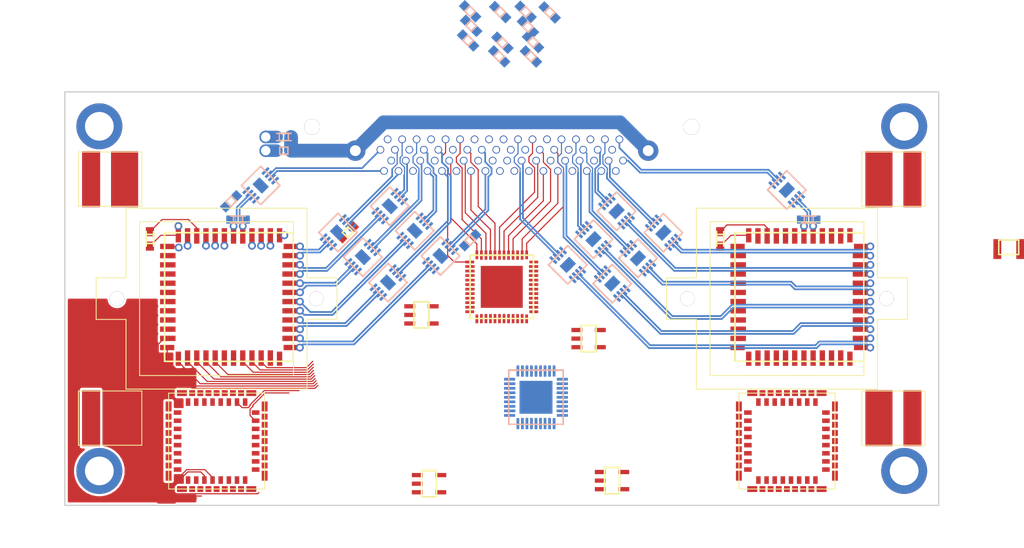
<source format=kicad_pcb>
(kicad_pcb (version 4) (host pcbnew "(2014-jul-16 BZR unknown)-product")
  (layers (0 F.Cu signal) (1 In1.Cu signal) (2 In2.Cu signal hide) (31 B.Cu signal) (34 B.Paste user) (35 F.Paste user) (36 B.SilkS user) (37 F.SilkS user) (38 B.Mask user) (39 F.Mask user) (44 Edge.Cuts user))
  (net 0 "")
  (net 1 gnd)
  (net 2 vcc1_8)
  (net 3 shield)
  (net 4 C1IBIAS)
  (net 5 C1reset_n)
  (net 6 C1monitor0)
  (net 7 C1monitor1)
  (net 8 C1trigger1)
  (net 9 C1trigger2)
  (net 10 C1trigger0)
  (net 11 C2IBIAS)
  (net 12 C2reset_n)
  (net 13 C2monitor0)
  (net 14 C2monitor1)
  (net 15 C2trigger1)
  (net 16 C2trigger2)
  (net 17 C2trigger0)
  (net 18 MISO)
  (net 19 MOSI)
  (net 20 SCLK)
  (net 21 vcc1_2)
  (net 22 lepton1_cs_n)
  (net 23 vcc2_8)
  (net 24 SCL)
  (net 25 SDA)
  (net 26 lepton2_cs_n)
  (net 27 pair1P)
  (net 28 pair2P)
  (net 29 pair3P)
  (net 30 pair4P)
  (net 31 pair5P)
  (net 32 pair6P)
  (net 33 pair7P)
  (net 34 pair8P)
  (net 35 pair9P)
  (net 36 pair10P)
  (net 37 pair11P)
  (net 38 pair12P)
  (net 39 pair13P)
  (net 40 pair14P)
  (net 41 pair15P)
  (net 42 pair16P)
  (net 43 pair17P)
  (net 44 pair18P)
  (net 45 pair19P)
  (net 46 pair20P)
  (net 47 pair1N)
  (net 48 pair2N)
  (net 49 pair3N)
  (net 50 pair4N)
  (net 51 pair5N)
  (net 52 pair6N)
  (net 53 pair7N)
  (net 54 pair8N)
  (net 55 pair9N)
  (net 56 pair10N)
  (net 57 pair11N)
  (net 58 pair12N)
  (net 59 pair13N)
  (net 60 pair14N)
  (net 61 pair15N)
  (net 62 pair16N)
  (net 63 pair17N)
  (net 64 pair18N)
  (net 65 pair19N)
  (net 66 pair20N)
  (net 67 out1P)
  (net 68 out1N)
  (net 69 out2N)
  (net 70 out2P)
  (net 71 out3N)
  (net 72 out3P)
  (net 73 out4N)
  (net 74 out4P)
  (net 75 out5N)
  (net 76 out5P)
  (net 77 out6N)
  (net 78 out6P)
  (net 79 out10N)
  (net 80 out10P)
  (net 81 out11N)
  (net 82 out11P)
  (net 83 out15P)
  (net 84 out15N)
  (net 85 out16N)
  (net 86 out16P)
  (net 87 out17N)
  (net 88 out17P)
  (net 89 out18N)
  (net 90 out18P)
  (net 91 out19N)
  (net 92 out19P)
  (net 93 out20N)
  (net 94 out20P)
  (net 95 mc_TMS)
  (net 96 mc_TCK)
  (net 97 mc_TDI)
  (net 98 mc_TRST)
  (net 99 mc_TDO)
  (net 100 cpld_TDI)
  (net 101 cpld_TMS)
  (net 102 cpld_TCK)
  (net 103 cpld_TDO)
  (net 104 vcc3_0)
  (net 105 vcc3_3in)
  (net 106 vcc5in)
  (net 107 B1_1_NC)
  (net 108 B1_5_NC)
  (net 109 B1_4_NC)
  (net 110 B2_1_NC)
  (net 111 B2_5_NC)
  (net 112 B2_4_NC)
  (net 113 B3_1_NC)
  (net 114 B3_5_NC)
  (net 115 B3_4_NC)
  (net 116 B4_1_NC)
  (net 117 B4_5_NC)
  (net 118 B4_4_NC)
  (net 119 B5_1_NC)
  (net 120 B5_5_NC)
  (net 121 B5_4_NC)
  (net 122 B6_1_NC)
  (net 123 B6_5_NC)
  (net 124 B6_4_NC)
  (net 125 B10_1_NC)
  (net 126 B10_5_NC)
  (net 127 B10_4_NC)
  (net 128 B11_1_NC)
  (net 129 B11_5_NC)
  (net 130 B11_4_NC)
  (net 131 B15_1_NC)
  (net 132 B15_5_NC)
  (net 133 B15_4_NC)
  (net 134 B16_1_NC)
  (net 135 B16_5_NC)
  (net 136 B16_4_NC)
  (net 137 B17_1_NC)
  (net 138 B17_5_NC)
  (net 139 B17_4_NC)
  (net 140 B18_1_NC)
  (net 141 B18_5_NC)
  (net 142 B18_4_NC)
  (net 143 B19_1_NC)
  (net 144 B19_5_NC)
  (net 145 B19_4_NC)
  (net 146 B20_1_NC)
  (net 147 B20_5_NC)
  (net 148 B20_4_NC)
  (net 149 D0_1_C)
  (net 150 D0_2_A)
  (net 151 D1_1_C)
  (net 152 D1_2_A)
  (net 153 D2_1_C)
  (net 154 D2_2_A)
  (net 155 D3_1_C)
  (net 156 D3_2_A)
  (net 157 REG0_4_NC)
  (net 158 REG1_4_NC)
  (net 159 REG2_4_NC)
  (net 160 REG3_4_NC)
  (net 161 T1_2_GPIO3)
  (net 162 T1_3_GPIO2)
  (net 163 T1_4_GPIO1)
  (net 164 T1_5_GPIO0)
  (net 165 T1_17_NC)
  (net 166 T1_23_PWR_DWN_L)
  (net 167 T1_24_RESET_L)
  (net 168 T1_26_MASTER_CLK)
  (net 169 T1_28_MIPI_CLK_N)
  (net 170 T1_29_MIPI_CLK_P)
  (net 171 T1_31_MIPI_DATA_N)
  (net 172 T1_32_MIPI_DATA_P)
  (net 173 T2_2_GPIO3)
  (net 174 T2_3_GPIO2)
  (net 175 T2_4_GPIO1)
  (net 176 T2_5_GPIO0)
  (net 177 T2_17_NC)
  (net 178 T2_23_PWR_DWN_L)
  (net 179 T2_24_RESET_L)
  (net 180 T2_26_MASTER_CLK)
  (net 181 T2_28_MIPI_CLK_N)
  (net 182 T2_29_MIPI_CLK_P)
  (net 183 T2_31_MIPI_DATA_N)
  (net 184 T2_32_MIPI_DATA_P)
  (net 185 U1_24_PA12)
  (net 186 U1_20_PA8)
  (net 187 U1_21_PA9)
  (net 188 U1_22_PA10)
  (net 189 U1_23_PA11)
  (net 190 U1_3_PD1)
  (net 191 U1_2_PD0)
  (net 192 U1_5_VSSA)
  (net 193 U1_7_PA0)
  (net 194 U1_6_VDDA)
  (net 195 U1_9_PA2)
  (net 196 U1_8_PA1)
  (net 197 U1_11_PA4)
  (net 198 U1_10_PA3)
  (net 199 U1_13_PA6)
  (net 200 U1_12_PA5)
  (net 201 U1_15_PB0)
  (net 202 U1_14_PA7)
  (net 203 U1_17_PB2)
  (net 204 U1_16_PB1)
  (net 205 U1_32_PB5)
  (net 206 U1_34_PB7)
  (net 207 U1_33_PB6)
  (net 208 U2_48_IO2_48)
  (net 209 U2_43_IO2_43)
  (net 210 U2_24_IO1_24)
  (net 211 U2_25_IO1_25)
  (net 212 U2_26_IO1_26)
  (net 213 U2_27_IO1_27)
  (net 214 U2_20_IO1_20)
  (net 215 U2_46_IO2_46)
  (net 216 U2_47_IO2_47)
  (net 217 U2_44_IO2_44)
  (net 218 U2_45_IO2_45)
  (net 219 U2_28_IO1_28)
  (net 220 U2_39_IO2_39)
  (net 221 U2_38_IO2_38)
  (net 222 U2_15_IO1_15)
  (net 223 U2_14_IO1_14)
  (net 224 U2_17_IO1_17)
  (net 225 U2_33_IO2_33)
  (net 226 U2_32_IO2_32)
  (net 227 U2_30_IO1_30)
  (net 228 U2_37_IO2_37)
  (net 229 U2_36_IO2_36)
  (net 230 U2_35_IO2_35)
  (net 231 U2_34_IO2_34)
  (net 232 U2_18_IO1_18)
  (net 233 C1_ss_n)
  (net 234 C2_ss_n)
  (module gen:576178f3c780c7e887b8d2770ad844677200359bd7336c4d76e786b1bd821a08 (layer F.Cu) (at 205.86 93.38)
    (fp_text reference C1 hide)
    (fp_text value "" hide)
    (pad 1 smd rect (at -1.265371 0.2) (size 0.869258 2.2) (layers F.Cu F.Paste F.Mask) (net 104 vcc3_0))
    (pad 2 smd rect (at 1.265371 0.2) (size 0.869258 2.2) (layers F.Cu F.Paste F.Mask) (net 1 gnd))
  )
  (module gen:14fdd466f7178f17380f48cf89da463f18b4a0e8fcfb609cb3e620722c947cd3 (layer B.Cu) (at 125.79 82.7 180)
    (fp_text reference C2 hide)
    (fp_text value "" hide)
    (pad 1 smd rect (at -0.825 0 180) (size 0.95 0.95) (layers B.Cu B.Paste B.Mask) (net 3 shield))
    (pad 2 smd rect (at 0.825 0 180) (size 0.95 0.95) (layers B.Cu B.Paste B.Mask) (net 1 gnd))
  )
  (module gen:57f8f96f6e6b2a00af4539d585b2f3bdc0d73935af5ecd13a4a5208aab3df262 (layer B.Cu) (at 125.79 81.19 180)
    (fp_text reference R2 hide)
    (fp_text value "" hide)
    (pad 1 smd rect (at -0.796922 0 180) (size 1.006155 0.9) (layers B.Cu B.Paste B.Mask) (net 3 shield))
    (pad 2 smd rect (at 0.796922 0 180) (size 1.006155 0.9) (layers B.Cu B.Paste B.Mask) (net 1 gnd))
  )
  (module gen:a0f230b98367d340f8f188c258edd716e48b7b53d7f6949746e2882041fee59d (layer F.Cu) (at 118.364 114.808)
    (fp_text reference T1 hide)
    (fp_text value "" hide)
    (pad 1 smd rect (at -4.31 -3.15) (size 0.84 0.5) (layers F.Cu F.Paste F.Mask) (net 1 gnd))
    (pad 2 smd rect (at -4.31 -2.25) (size 0.84 0.5) (layers F.Cu F.Paste F.Mask) (net 161 T1_2_GPIO3))
    (pad 3 smd rect (at -4.31 -1.35) (size 0.84 0.5) (layers F.Cu F.Paste F.Mask) (net 162 T1_3_GPIO2))
    (pad 4 smd rect (at -4.31 -0.45) (size 0.84 0.5) (layers F.Cu F.Paste F.Mask) (net 163 T1_4_GPIO1))
    (pad 5 smd rect (at -4.31 0.45) (size 0.84 0.5) (layers F.Cu F.Paste F.Mask) (net 164 T1_5_GPIO0))
    (pad 6 smd rect (at -4.31 1.35) (size 0.84 0.5) (layers F.Cu F.Paste F.Mask) (net 1 gnd))
    (pad 7 smd rect (at -4.31 2.25) (size 0.84 0.5) (layers F.Cu F.Paste F.Mask) (net 21 vcc1_2))
    (pad 8 smd rect (at -4.31 3.15) (size 0.84 0.5) (layers F.Cu F.Paste F.Mask) (net 1 gnd))
    (pad SH1 smd rect (at -5.305 -3.83) (size 0.65 1.1) (layers F.Cu F.Paste F.Mask))
    (pad SH2 smd rect (at -5.305 -2.7) (size 0.65 0.65) (layers F.Cu F.Paste F.Mask))
    (pad SH3 smd rect (at -5.305 -1.8) (size 0.65 0.65) (layers F.Cu F.Paste F.Mask))
    (pad SH4 smd rect (at -5.305 -0.9) (size 0.65 0.65) (layers F.Cu F.Paste F.Mask))
    (pad SH5 smd rect (at -5.305 0) (size 0.65 0.65) (layers F.Cu F.Paste F.Mask))
    (pad SH6 smd rect (at -5.305 0.9) (size 0.65 0.65) (layers F.Cu F.Paste F.Mask))
    (pad SH7 smd rect (at -5.305 1.8) (size 0.65 0.65) (layers F.Cu F.Paste F.Mask))
    (pad SH8 smd rect (at -5.305 2.7) (size 0.65 0.65) (layers F.Cu F.Paste F.Mask))
    (pad SH9 smd rect (at -5.305 3.83) (size 0.65 1.1) (layers F.Cu F.Paste F.Mask))
    (pad 9 smd rect (at -3.15 4.31) (size 0.5 0.84) (layers F.Cu F.Paste F.Mask) (net 1 gnd))
    (pad 10 smd rect (at -2.25 4.31) (size 0.5 0.84) (layers F.Cu F.Paste F.Mask) (net 1 gnd))
    (pad 11 smd rect (at -1.35 4.31) (size 0.5 0.84) (layers F.Cu F.Paste F.Mask) (net 19 MOSI))
    (pad 12 smd rect (at -0.45 4.31) (size 0.5 0.84) (layers F.Cu F.Paste F.Mask) (net 18 MISO))
    (pad 13 smd rect (at 0.45 4.31) (size 0.5 0.84) (layers F.Cu F.Paste F.Mask) (net 20 SCLK))
    (pad 14 smd rect (at 1.35 4.31) (size 0.5 0.84) (layers F.Cu F.Paste F.Mask) (net 22 lepton1_cs_n))
    (pad 15 smd rect (at 2.25 4.31) (size 0.5 0.84) (layers F.Cu F.Paste F.Mask) (net 1 gnd))
    (pad 16 smd rect (at 3.15 4.31) (size 0.5 0.84) (layers F.Cu F.Paste F.Mask) (net 104 vcc3_0))
    (pad SH10 smd rect (at -3.83 5.305) (size 1.1 0.65) (layers F.Cu F.Paste F.Mask))
    (pad SH11 smd rect (at -2.7 5.305) (size 0.65 0.65) (layers F.Cu F.Paste F.Mask))
    (pad SH12 smd rect (at -1.8 5.305) (size 0.65 0.65) (layers F.Cu F.Paste F.Mask))
    (pad SH13 smd rect (at -0.9 5.305) (size 0.65 0.65) (layers F.Cu F.Paste F.Mask))
    (pad SH14 smd rect (at 0 5.305) (size 0.65 0.65) (layers F.Cu F.Paste F.Mask))
    (pad SH15 smd rect (at 0.9 5.305) (size 0.65 0.65) (layers F.Cu F.Paste F.Mask))
    (pad SH16 smd rect (at 1.8 5.305) (size 0.65 0.65) (layers F.Cu F.Paste F.Mask))
    (pad SH17 smd rect (at 2.7 5.305) (size 0.65 0.65) (layers F.Cu F.Paste F.Mask))
    (pad SH18 smd rect (at 3.83 5.305) (size 1.1 0.65) (layers F.Cu F.Paste F.Mask))
    (pad 17 smd rect (at 4.31 3.15) (size 0.84 0.5) (layers F.Cu F.Paste F.Mask) (net 165 T1_17_NC))
    (pad 18 smd rect (at 4.31 2.25) (size 0.84 0.5) (layers F.Cu F.Paste F.Mask) (net 1 gnd))
    (pad 19 smd rect (at 4.31 1.35) (size 0.84 0.5) (layers F.Cu F.Paste F.Mask) (net 23 vcc2_8))
    (pad 20 smd rect (at 4.31 0.45) (size 0.84 0.5) (layers F.Cu F.Paste F.Mask) (net 1 gnd))
    (pad 21 smd rect (at 4.31 -0.45) (size 0.84 0.5) (layers F.Cu F.Paste F.Mask) (net 24 SCL))
    (pad 22 smd rect (at 4.31 -1.35) (size 0.84 0.5) (layers F.Cu F.Paste F.Mask) (net 25 SDA))
    (pad 23 smd rect (at 4.31 -2.25) (size 0.84 0.5) (layers F.Cu F.Paste F.Mask) (net 166 T1_23_PWR_DWN_L))
    (pad 24 smd rect (at 4.31 -3.15) (size 0.84 0.5) (layers F.Cu F.Paste F.Mask) (net 167 T1_24_RESET_L))
    (pad SH19 smd rect (at 5.305 3.83) (size 0.65 1.1) (layers F.Cu F.Paste F.Mask))
    (pad SH20 smd rect (at 5.305 2.7) (size 0.65 0.65) (layers F.Cu F.Paste F.Mask))
    (pad SH21 smd rect (at 5.305 1.8) (size 0.65 0.65) (layers F.Cu F.Paste F.Mask))
    (pad SH22 smd rect (at 5.305 0.9) (size 0.65 0.65) (layers F.Cu F.Paste F.Mask))
    (pad SH23 smd rect (at 5.305 0) (size 0.65 0.65) (layers F.Cu F.Paste F.Mask))
    (pad SH24 smd rect (at 5.305 -0.9) (size 0.65 0.65) (layers F.Cu F.Paste F.Mask))
    (pad SH25 smd rect (at 5.305 -1.8) (size 0.65 0.65) (layers F.Cu F.Paste F.Mask))
    (pad SH26 smd rect (at 5.305 -2.7) (size 0.65 0.65) (layers F.Cu F.Paste F.Mask))
    (pad SH27 smd rect (at 5.305 -3.83) (size 0.65 1.1) (layers F.Cu F.Paste F.Mask))
    (pad 25 smd rect (at 3.15 -4.31) (size 0.5 0.84) (layers F.Cu F.Paste F.Mask) (net 1 gnd))
    (pad 26 smd rect (at 2.25 -4.31) (size 0.5 0.84) (layers F.Cu F.Paste F.Mask) (net 168 T1_26_MASTER_CLK))
    (pad 27 smd rect (at 1.35 -4.31) (size 0.5 0.84) (layers F.Cu F.Paste F.Mask) (net 1 gnd))
    (pad 28 smd rect (at 0.45 -4.31) (size 0.5 0.84) (layers F.Cu F.Paste F.Mask) (net 169 T1_28_MIPI_CLK_N))
    (pad 29 smd rect (at -0.45 -4.31) (size 0.5 0.84) (layers F.Cu F.Paste F.Mask) (net 170 T1_29_MIPI_CLK_P))
    (pad 30 smd rect (at -1.35 -4.31) (size 0.5 0.84) (layers F.Cu F.Paste F.Mask) (net 1 gnd))
    (pad 31 smd rect (at -2.25 -4.31) (size 0.5 0.84) (layers F.Cu F.Paste F.Mask) (net 171 T1_31_MIPI_DATA_N))
    (pad 32 smd rect (at -3.15 -4.31) (size 0.5 0.84) (layers F.Cu F.Paste F.Mask) (net 172 T1_32_MIPI_DATA_P))
    (pad SH28 smd rect (at 3.83 -5.305) (size 1.1 0.65) (layers F.Cu F.Paste F.Mask))
    (pad SH29 smd rect (at 2.7 -5.305) (size 0.65 0.65) (layers F.Cu F.Paste F.Mask))
    (pad SH30 smd rect (at 1.8 -5.305) (size 0.65 0.65) (layers F.Cu F.Paste F.Mask))
    (pad SH31 smd rect (at 0.9 -5.305) (size 0.65 0.65) (layers F.Cu F.Paste F.Mask))
    (pad SH32 smd rect (at 0 -5.305) (size 0.65 0.65) (layers F.Cu F.Paste F.Mask))
    (pad SH33 smd rect (at -0.9 -5.305) (size 0.65 0.65) (layers F.Cu F.Paste F.Mask))
    (pad SH34 smd rect (at -1.8 -5.305) (size 0.65 0.65) (layers F.Cu F.Paste F.Mask))
    (pad SH35 smd rect (at -2.7 -5.305) (size 0.65 0.65) (layers F.Cu F.Paste F.Mask))
    (pad SH36 smd rect (at -3.83 -5.305) (size 1.1 0.65) (layers F.Cu F.Paste F.Mask))
  )
  (module gen:65e19b3f16ad4d4d8558c7978771f760d319ed626d2efc1485c23fcec7e6c7b6 (layer F.Cu) (at 118.359936 99.06)
    (fp_text reference C1M1 hide)
    (fp_text value "" hide)
    (pad _6 thru_hole circle (at -11 0) (size 1.6 1.6) (drill 1.6) (layers *.Cu *.Mask))
    (pad _7 thru_hole circle (at 11 0) (size 1.6 1.6) (drill 1.6) (layers *.Cu *.Mask))
  )
  (module gen:57f8f96f6e6b2a00af4539d585b2f3bdc0d73935af5ecd13a4a5208aab3df262 (layer F.Cu) (at 110.998 92.456 270)
    (fp_text reference C1R1 hide)
    (fp_text value "" hide)
    (pad 1 smd rect (at -0.796922 0 270) (size 1.006155 0.9) (layers F.Cu F.Paste F.Mask) (net 4 C1IBIAS))
    (pad 2 smd rect (at 0.796922 0 270) (size 1.006155 0.9) (layers F.Cu F.Paste F.Mask) (net 1 gnd))
  )
  (module gen:65e19b3f16ad4d4d8558c7978771f760d319ed626d2efc1485c23fcec7e6c7b6 (layer F.Cu) (at 181.360064 99.06)
    (fp_text reference C2M1 hide)
    (fp_text value "" hide)
    (pad _6 thru_hole circle (at -11 0) (size 1.6 1.6) (drill 1.6) (layers *.Cu *.Mask))
    (pad _7 thru_hole circle (at 11 0) (size 1.6 1.6) (drill 1.6) (layers *.Cu *.Mask))
  )
  (module gen:57f8f96f6e6b2a00af4539d585b2f3bdc0d73935af5ecd13a4a5208aab3df262 (layer F.Cu) (at 173.99 92.456 270)
    (fp_text reference C2R1 hide)
    (fp_text value "" hide)
    (pad 1 smd rect (at -0.796922 0 270) (size 1.006155 0.9) (layers F.Cu F.Paste F.Mask) (net 11 C2IBIAS))
    (pad 2 smd rect (at 0.796922 0 270) (size 1.006155 0.9) (layers F.Cu F.Paste F.Mask) (net 1 gnd))
  )
  (module gen:a0f230b98367d340f8f188c258edd716e48b7b53d7f6949746e2882041fee59d (layer F.Cu) (at 181.356 114.808)
    (fp_text reference T2 hide)
    (fp_text value "" hide)
    (pad 1 smd rect (at -4.31 -3.15) (size 0.84 0.5) (layers F.Cu F.Paste F.Mask) (net 1 gnd))
    (pad 2 smd rect (at -4.31 -2.25) (size 0.84 0.5) (layers F.Cu F.Paste F.Mask) (net 173 T2_2_GPIO3))
    (pad 3 smd rect (at -4.31 -1.35) (size 0.84 0.5) (layers F.Cu F.Paste F.Mask) (net 174 T2_3_GPIO2))
    (pad 4 smd rect (at -4.31 -0.45) (size 0.84 0.5) (layers F.Cu F.Paste F.Mask) (net 175 T2_4_GPIO1))
    (pad 5 smd rect (at -4.31 0.45) (size 0.84 0.5) (layers F.Cu F.Paste F.Mask) (net 176 T2_5_GPIO0))
    (pad 6 smd rect (at -4.31 1.35) (size 0.84 0.5) (layers F.Cu F.Paste F.Mask) (net 1 gnd))
    (pad 7 smd rect (at -4.31 2.25) (size 0.84 0.5) (layers F.Cu F.Paste F.Mask) (net 21 vcc1_2))
    (pad 8 smd rect (at -4.31 3.15) (size 0.84 0.5) (layers F.Cu F.Paste F.Mask) (net 1 gnd))
    (pad SH1 smd rect (at -5.305 -3.83) (size 0.65 1.1) (layers F.Cu F.Paste F.Mask))
    (pad SH2 smd rect (at -5.305 -2.7) (size 0.65 0.65) (layers F.Cu F.Paste F.Mask))
    (pad SH3 smd rect (at -5.305 -1.8) (size 0.65 0.65) (layers F.Cu F.Paste F.Mask))
    (pad SH4 smd rect (at -5.305 -0.9) (size 0.65 0.65) (layers F.Cu F.Paste F.Mask))
    (pad SH5 smd rect (at -5.305 0) (size 0.65 0.65) (layers F.Cu F.Paste F.Mask))
    (pad SH6 smd rect (at -5.305 0.9) (size 0.65 0.65) (layers F.Cu F.Paste F.Mask))
    (pad SH7 smd rect (at -5.305 1.8) (size 0.65 0.65) (layers F.Cu F.Paste F.Mask))
    (pad SH8 smd rect (at -5.305 2.7) (size 0.65 0.65) (layers F.Cu F.Paste F.Mask))
    (pad SH9 smd rect (at -5.305 3.83) (size 0.65 1.1) (layers F.Cu F.Paste F.Mask))
    (pad 9 smd rect (at -3.15 4.31) (size 0.5 0.84) (layers F.Cu F.Paste F.Mask) (net 1 gnd))
    (pad 10 smd rect (at -2.25 4.31) (size 0.5 0.84) (layers F.Cu F.Paste F.Mask) (net 1 gnd))
    (pad 11 smd rect (at -1.35 4.31) (size 0.5 0.84) (layers F.Cu F.Paste F.Mask) (net 19 MOSI))
    (pad 12 smd rect (at -0.45 4.31) (size 0.5 0.84) (layers F.Cu F.Paste F.Mask) (net 18 MISO))
    (pad 13 smd rect (at 0.45 4.31) (size 0.5 0.84) (layers F.Cu F.Paste F.Mask) (net 20 SCLK))
    (pad 14 smd rect (at 1.35 4.31) (size 0.5 0.84) (layers F.Cu F.Paste F.Mask) (net 26 lepton2_cs_n))
    (pad 15 smd rect (at 2.25 4.31) (size 0.5 0.84) (layers F.Cu F.Paste F.Mask) (net 1 gnd))
    (pad 16 smd rect (at 3.15 4.31) (size 0.5 0.84) (layers F.Cu F.Paste F.Mask) (net 104 vcc3_0))
    (pad SH10 smd rect (at -3.83 5.305) (size 1.1 0.65) (layers F.Cu F.Paste F.Mask))
    (pad SH11 smd rect (at -2.7 5.305) (size 0.65 0.65) (layers F.Cu F.Paste F.Mask))
    (pad SH12 smd rect (at -1.8 5.305) (size 0.65 0.65) (layers F.Cu F.Paste F.Mask))
    (pad SH13 smd rect (at -0.9 5.305) (size 0.65 0.65) (layers F.Cu F.Paste F.Mask))
    (pad SH14 smd rect (at 0 5.305) (size 0.65 0.65) (layers F.Cu F.Paste F.Mask))
    (pad SH15 smd rect (at 0.9 5.305) (size 0.65 0.65) (layers F.Cu F.Paste F.Mask))
    (pad SH16 smd rect (at 1.8 5.305) (size 0.65 0.65) (layers F.Cu F.Paste F.Mask))
    (pad SH17 smd rect (at 2.7 5.305) (size 0.65 0.65) (layers F.Cu F.Paste F.Mask))
    (pad SH18 smd rect (at 3.83 5.305) (size 1.1 0.65) (layers F.Cu F.Paste F.Mask))
    (pad 17 smd rect (at 4.31 3.15) (size 0.84 0.5) (layers F.Cu F.Paste F.Mask) (net 177 T2_17_NC))
    (pad 18 smd rect (at 4.31 2.25) (size 0.84 0.5) (layers F.Cu F.Paste F.Mask) (net 1 gnd))
    (pad 19 smd rect (at 4.31 1.35) (size 0.84 0.5) (layers F.Cu F.Paste F.Mask) (net 23 vcc2_8))
    (pad 20 smd rect (at 4.31 0.45) (size 0.84 0.5) (layers F.Cu F.Paste F.Mask) (net 1 gnd))
    (pad 21 smd rect (at 4.31 -0.45) (size 0.84 0.5) (layers F.Cu F.Paste F.Mask) (net 24 SCL))
    (pad 22 smd rect (at 4.31 -1.35) (size 0.84 0.5) (layers F.Cu F.Paste F.Mask) (net 25 SDA))
    (pad 23 smd rect (at 4.31 -2.25) (size 0.84 0.5) (layers F.Cu F.Paste F.Mask) (net 178 T2_23_PWR_DWN_L))
    (pad 24 smd rect (at 4.31 -3.15) (size 0.84 0.5) (layers F.Cu F.Paste F.Mask) (net 179 T2_24_RESET_L))
    (pad SH19 smd rect (at 5.305 3.83) (size 0.65 1.1) (layers F.Cu F.Paste F.Mask))
    (pad SH20 smd rect (at 5.305 2.7) (size 0.65 0.65) (layers F.Cu F.Paste F.Mask))
    (pad SH21 smd rect (at 5.305 1.8) (size 0.65 0.65) (layers F.Cu F.Paste F.Mask))
    (pad SH22 smd rect (at 5.305 0.9) (size 0.65 0.65) (layers F.Cu F.Paste F.Mask))
    (pad SH23 smd rect (at 5.305 0) (size 0.65 0.65) (layers F.Cu F.Paste F.Mask))
    (pad SH24 smd rect (at 5.305 -0.9) (size 0.65 0.65) (layers F.Cu F.Paste F.Mask))
    (pad SH25 smd rect (at 5.305 -1.8) (size 0.65 0.65) (layers F.Cu F.Paste F.Mask))
    (pad SH26 smd rect (at 5.305 -2.7) (size 0.65 0.65) (layers F.Cu F.Paste F.Mask))
    (pad SH27 smd rect (at 5.305 -3.83) (size 0.65 1.1) (layers F.Cu F.Paste F.Mask))
    (pad 25 smd rect (at 3.15 -4.31) (size 0.5 0.84) (layers F.Cu F.Paste F.Mask) (net 1 gnd))
    (pad 26 smd rect (at 2.25 -4.31) (size 0.5 0.84) (layers F.Cu F.Paste F.Mask) (net 180 T2_26_MASTER_CLK))
    (pad 27 smd rect (at 1.35 -4.31) (size 0.5 0.84) (layers F.Cu F.Paste F.Mask) (net 1 gnd))
    (pad 28 smd rect (at 0.45 -4.31) (size 0.5 0.84) (layers F.Cu F.Paste F.Mask) (net 181 T2_28_MIPI_CLK_N))
    (pad 29 smd rect (at -0.45 -4.31) (size 0.5 0.84) (layers F.Cu F.Paste F.Mask) (net 182 T2_29_MIPI_CLK_P))
    (pad 30 smd rect (at -1.35 -4.31) (size 0.5 0.84) (layers F.Cu F.Paste F.Mask) (net 1 gnd))
    (pad 31 smd rect (at -2.25 -4.31) (size 0.5 0.84) (layers F.Cu F.Paste F.Mask) (net 183 T2_31_MIPI_DATA_N))
    (pad 32 smd rect (at -3.15 -4.31) (size 0.5 0.84) (layers F.Cu F.Paste F.Mask) (net 184 T2_32_MIPI_DATA_P))
    (pad SH28 smd rect (at 3.83 -5.305) (size 1.1 0.65) (layers F.Cu F.Paste F.Mask))
    (pad SH29 smd rect (at 2.7 -5.305) (size 0.65 0.65) (layers F.Cu F.Paste F.Mask))
    (pad SH30 smd rect (at 1.8 -5.305) (size 0.65 0.65) (layers F.Cu F.Paste F.Mask))
    (pad SH31 smd rect (at 0.9 -5.305) (size 0.65 0.65) (layers F.Cu F.Paste F.Mask))
    (pad SH32 smd rect (at 0 -5.305) (size 0.65 0.65) (layers F.Cu F.Paste F.Mask))
    (pad SH33 smd rect (at -0.9 -5.305) (size 0.65 0.65) (layers F.Cu F.Paste F.Mask))
    (pad SH34 smd rect (at -1.8 -5.305) (size 0.65 0.65) (layers F.Cu F.Paste F.Mask))
    (pad SH35 smd rect (at -2.7 -5.305) (size 0.65 0.65) (layers F.Cu F.Paste F.Mask))
    (pad SH36 smd rect (at -3.83 -5.305) (size 1.1 0.65) (layers F.Cu F.Paste F.Mask))
  )
  (module gen:3c3694fa26875b1e02c9ec8a97da8ee5419b5448db42b56d2f0a8391397f0416 (layer F.Cu) (at 149.86 76.2 180)
    (fp_text reference P1 hide)
    (fp_text value "" hide)
    (pad _2 thru_hole circle (at -20.95 -3.87 180) (size 1.75 1.75) (drill 1.75) (layers *.Cu *.Mask))
    (pad _3 thru_hole circle (at 20.95 -3.87 180) (size 1.75 1.75) (drill 1.75) (layers *.Cu *.Mask))
    (pad S1 thru_hole circle (at -16.175 -6.5 180) (size 2.25 2.25) (drill 1.2) (layers *.Cu *.Mask) (net 3 shield))
    (pad S2 thru_hole circle (at 16.175 -6.5 180) (size 2.25 2.25) (drill 1.2) (layers *.Cu *.Mask) (net 3 shield))
    (pad 1 thru_hole circle (at 13.005 -8.75 180) (size 0.8532 0.8532) (drill 0.65) (layers *.Cu *.Mask) (net 27 pair1P))
    (pad 2 thru_hole circle (at 12.205 -7.6 180) (size 0.8532 0.8532) (drill 0.65) (layers *.Cu *.Mask) (net 1 gnd))
    (pad 3 thru_hole circle (at 11.405 -8.75 180) (size 0.8532 0.8532) (drill 0.65) (layers *.Cu *.Mask) (net 28 pair2P))
    (pad 4 thru_hole circle (at 10.605 -7.6 180) (size 0.8532 0.8532) (drill 0.65) (layers *.Cu *.Mask) (net 29 pair3P))
    (pad 5 thru_hole circle (at 9.805 -8.75 180) (size 0.8532 0.8532) (drill 0.65) (layers *.Cu *.Mask) (net 1 gnd))
    (pad 6 thru_hole circle (at 9.005 -7.6 180) (size 0.8532 0.8532) (drill 0.65) (layers *.Cu *.Mask) (net 30 pair4P))
    (pad 7 thru_hole circle (at 8.205 -8.75 180) (size 0.8532 0.8532) (drill 0.65) (layers *.Cu *.Mask) (net 31 pair5P))
    (pad 8 thru_hole circle (at 7.405 -7.6 180) (size 0.8532 0.8532) (drill 0.65) (layers *.Cu *.Mask) (net 1 gnd))
    (pad 9 thru_hole circle (at 6.605 -8.75 180) (size 0.8532 0.8532) (drill 0.65) (layers *.Cu *.Mask) (net 32 pair6P))
    (pad 10 thru_hole circle (at 5.805 -7.6 180) (size 0.8532 0.8532) (drill 0.65) (layers *.Cu *.Mask) (net 33 pair7P))
    (pad 11 thru_hole circle (at 5.005 -8.75 180) (size 0.8532 0.8532) (drill 0.65) (layers *.Cu *.Mask) (net 1 gnd))
    (pad 12 thru_hole circle (at 4.205 -7.6 180) (size 0.8532 0.8532) (drill 0.65) (layers *.Cu *.Mask) (net 34 pair8P))
    (pad 13 thru_hole circle (at 3.405 -8.75 180) (size 0.8532 0.8532) (drill 0.65) (layers *.Cu *.Mask) (net 35 pair9P))
    (pad 14 thru_hole circle (at 2.605 -7.6 180) (size 0.8532 0.8532) (drill 0.65) (layers *.Cu *.Mask) (net 1 gnd))
    (pad 15 thru_hole circle (at 1.805 -8.75 180) (size 0.8532 0.8532) (drill 0.65) (layers *.Cu *.Mask) (net 36 pair10P))
    (pad 16 thru_hole circle (at 1.005 -7.6 180) (size 0.8532 0.8532) (drill 0.65) (layers *.Cu *.Mask) (net 105 vcc3_3in))
    (pad 17 thru_hole circle (at 0.205 -8.75 180) (size 0.8532 0.8532) (drill 0.65) (layers *.Cu *.Mask) (net 106 vcc5in))
    (pad 18 thru_hole circle (at -0.595 -7.6 180) (size 0.8532 0.8532) (drill 0.65) (layers *.Cu *.Mask) (net 106 vcc5in))
    (pad 19 thru_hole circle (at -1.395 -8.75 180) (size 0.8532 0.8532) (drill 0.65) (layers *.Cu *.Mask) (net 105 vcc3_3in))
    (pad 20 thru_hole circle (at -2.195 -7.6 180) (size 0.8532 0.8532) (drill 0.65) (layers *.Cu *.Mask) (net 37 pair11P))
    (pad 21 thru_hole circle (at -2.995 -8.75 180) (size 0.8532 0.8532) (drill 0.65) (layers *.Cu *.Mask) (net 1 gnd))
    (pad 22 thru_hole circle (at -3.795 -7.6 180) (size 0.8532 0.8532) (drill 0.65) (layers *.Cu *.Mask) (net 38 pair12P))
    (pad 23 thru_hole circle (at -4.595 -8.75 180) (size 0.8532 0.8532) (drill 0.65) (layers *.Cu *.Mask) (net 39 pair13P))
    (pad 24 thru_hole circle (at -5.395 -7.6 180) (size 0.8532 0.8532) (drill 0.65) (layers *.Cu *.Mask) (net 1 gnd))
    (pad 25 thru_hole circle (at -6.195 -8.75 180) (size 0.8532 0.8532) (drill 0.65) (layers *.Cu *.Mask) (net 40 pair14P))
    (pad 26 thru_hole circle (at -6.995 -7.6 180) (size 0.8532 0.8532) (drill 0.65) (layers *.Cu *.Mask) (net 41 pair15P))
    (pad 27 thru_hole circle (at -7.795 -8.75 180) (size 0.8532 0.8532) (drill 0.65) (layers *.Cu *.Mask) (net 1 gnd))
    (pad 28 thru_hole circle (at -8.595 -7.6 180) (size 0.8532 0.8532) (drill 0.65) (layers *.Cu *.Mask) (net 42 pair16P))
    (pad 29 thru_hole circle (at -9.395 -8.75 180) (size 0.8532 0.8532) (drill 0.65) (layers *.Cu *.Mask) (net 43 pair17P))
    (pad 30 thru_hole circle (at -10.195 -7.6 180) (size 0.8532 0.8532) (drill 0.65) (layers *.Cu *.Mask) (net 1 gnd))
    (pad 31 thru_hole circle (at -10.995 -8.75 180) (size 0.8532 0.8532) (drill 0.65) (layers *.Cu *.Mask) (net 44 pair18P))
    (pad 32 thru_hole circle (at -11.795 -7.6 180) (size 0.8532 0.8532) (drill 0.65) (layers *.Cu *.Mask) (net 45 pair19P))
    (pad 33 thru_hole circle (at -12.595 -8.75 180) (size 0.8532 0.8532) (drill 0.65) (layers *.Cu *.Mask) (net 1 gnd))
    (pad 34 thru_hole circle (at -13.395 -7.6 180) (size 0.8532 0.8532) (drill 0.65) (layers *.Cu *.Mask) (net 46 pair20P))
    (pad 35 thru_hole circle (at 13.405 -6.4 180) (size 0.8532 0.8532) (drill 0.65) (layers *.Cu *.Mask) (net 47 pair1N))
    (pad 36 thru_hole circle (at 12.605 -5.25 180) (size 0.8532 0.8532) (drill 0.65) (layers *.Cu *.Mask) (net 1 gnd))
    (pad 37 thru_hole circle (at 11.805 -6.4 180) (size 0.8532 0.8532) (drill 0.65) (layers *.Cu *.Mask) (net 48 pair2N))
    (pad 38 thru_hole circle (at 11.005 -5.25 180) (size 0.8532 0.8532) (drill 0.65) (layers *.Cu *.Mask) (net 49 pair3N))
    (pad 39 thru_hole circle (at 10.205 -6.4 180) (size 0.8532 0.8532) (drill 0.65) (layers *.Cu *.Mask) (net 1 gnd))
    (pad 40 thru_hole circle (at 9.405 -5.25 180) (size 0.8532 0.8532) (drill 0.65) (layers *.Cu *.Mask) (net 50 pair4N))
    (pad 41 thru_hole circle (at 8.605 -6.4 180) (size 0.8532 0.8532) (drill 0.65) (layers *.Cu *.Mask) (net 51 pair5N))
    (pad 42 thru_hole circle (at 7.805 -5.25 180) (size 0.8532 0.8532) (drill 0.65) (layers *.Cu *.Mask) (net 1 gnd))
    (pad 43 thru_hole circle (at 7.005 -6.4 180) (size 0.8532 0.8532) (drill 0.65) (layers *.Cu *.Mask) (net 52 pair6N))
    (pad 44 thru_hole circle (at 6.205 -5.25 180) (size 0.8532 0.8532) (drill 0.65) (layers *.Cu *.Mask) (net 53 pair7N))
    (pad 45 thru_hole circle (at 5.405 -6.4 180) (size 0.8532 0.8532) (drill 0.65) (layers *.Cu *.Mask) (net 1 gnd))
    (pad 46 thru_hole circle (at 4.605 -5.25 180) (size 0.8532 0.8532) (drill 0.65) (layers *.Cu *.Mask) (net 54 pair8N))
    (pad 47 thru_hole circle (at 3.805 -6.4 180) (size 0.8532 0.8532) (drill 0.65) (layers *.Cu *.Mask) (net 55 pair9N))
    (pad 48 thru_hole circle (at 3.005 -5.25 180) (size 0.8532 0.8532) (drill 0.65) (layers *.Cu *.Mask) (net 1 gnd))
    (pad 49 thru_hole circle (at 2.205 -6.4 180) (size 0.8532 0.8532) (drill 0.65) (layers *.Cu *.Mask) (net 56 pair10N))
    (pad 50 thru_hole circle (at 1.405 -5.25 180) (size 0.8532 0.8532) (drill 0.65) (layers *.Cu *.Mask) (net 105 vcc3_3in))
    (pad 51 thru_hole circle (at 0.605 -6.4 180) (size 0.8532 0.8532) (drill 0.65) (layers *.Cu *.Mask) (net 106 vcc5in))
    (pad 52 thru_hole circle (at -0.195 -5.25 180) (size 0.8532 0.8532) (drill 0.65) (layers *.Cu *.Mask) (net 106 vcc5in))
    (pad 53 thru_hole circle (at -0.995 -6.4 180) (size 0.8532 0.8532) (drill 0.65) (layers *.Cu *.Mask) (net 105 vcc3_3in))
    (pad 54 thru_hole circle (at -1.795 -5.25 180) (size 0.8532 0.8532) (drill 0.65) (layers *.Cu *.Mask) (net 57 pair11N))
    (pad 55 thru_hole circle (at -2.595 -6.4 180) (size 0.8532 0.8532) (drill 0.65) (layers *.Cu *.Mask) (net 1 gnd))
    (pad 56 thru_hole circle (at -3.395 -5.25 180) (size 0.8532 0.8532) (drill 0.65) (layers *.Cu *.Mask) (net 58 pair12N))
    (pad 57 thru_hole circle (at -4.195 -6.4 180) (size 0.8532 0.8532) (drill 0.65) (layers *.Cu *.Mask) (net 59 pair13N))
    (pad 58 thru_hole circle (at -4.995 -5.25 180) (size 0.8532 0.8532) (drill 0.65) (layers *.Cu *.Mask) (net 1 gnd))
    (pad 59 thru_hole circle (at -5.795 -6.4 180) (size 0.8532 0.8532) (drill 0.65) (layers *.Cu *.Mask) (net 60 pair14N))
    (pad 60 thru_hole circle (at -6.595 -5.25 180) (size 0.8532 0.8532) (drill 0.65) (layers *.Cu *.Mask) (net 61 pair15N))
    (pad 61 thru_hole circle (at -7.395 -6.4 180) (size 0.8532 0.8532) (drill 0.65) (layers *.Cu *.Mask) (net 1 gnd))
    (pad 62 thru_hole circle (at -8.195 -5.25 180) (size 0.8532 0.8532) (drill 0.65) (layers *.Cu *.Mask) (net 62 pair16N))
    (pad 63 thru_hole circle (at -8.995 -6.4 180) (size 0.8532 0.8532) (drill 0.65) (layers *.Cu *.Mask) (net 63 pair17N))
    (pad 64 thru_hole circle (at -9.795 -5.25 180) (size 0.8532 0.8532) (drill 0.65) (layers *.Cu *.Mask) (net 1 gnd))
    (pad 65 thru_hole circle (at -10.595 -6.4 180) (size 0.8532 0.8532) (drill 0.65) (layers *.Cu *.Mask) (net 64 pair18N))
    (pad 66 thru_hole circle (at -11.395 -5.25 180) (size 0.8532 0.8532) (drill 0.65) (layers *.Cu *.Mask) (net 65 pair19N))
    (pad 67 thru_hole circle (at -12.195 -6.4 180) (size 0.8532 0.8532) (drill 0.65) (layers *.Cu *.Mask) (net 1 gnd))
    (pad 68 thru_hole circle (at -12.995 -5.25 180) (size 0.8532 0.8532) (drill 0.65) (layers *.Cu *.Mask) (net 66 pair20N))
  )
  (module gen:57f8f96f6e6b2a00af4539d585b2f3bdc0d73935af5ecd13a4a5208aab3df262 (layer B.Cu) (at 120.73 90.32)
    (fp_text reference C1R2 hide)
    (fp_text value "" hide)
    (pad 1 smd rect (at -0.796922 0) (size 1.006155 0.9) (layers B.Cu B.Paste B.Mask) (net 68 out1N))
    (pad 2 smd rect (at 0.796922 0) (size 1.006155 0.9) (layers B.Cu B.Paste B.Mask) (net 67 out1P))
  )
  (module gen:57f8f96f6e6b2a00af4539d585b2f3bdc0d73935af5ecd13a4a5208aab3df262 (layer B.Cu) (at 183.76 90.32)
    (fp_text reference C2R2 hide)
    (fp_text value "" hide)
    (pad 1 smd rect (at -0.796922 0) (size 1.006155 0.9) (layers B.Cu B.Paste B.Mask) (net 94 out20P))
    (pad 2 smd rect (at 0.796922 0) (size 1.006155 0.9) (layers B.Cu B.Paste B.Mask) (net 93 out20N))
  )
  (module gen:c9b4f6ccae4bb0340b2ad5a6c71b1ffd2b7dd85978f603f30cef69603b532b8c (layer F.Cu) (at 106.6 85.852)
    (fp_text reference D0 hide)
    (fp_text value "" hide)
    (pad 1 smd rect (at -2.1 0) (size 2 6.2) (layers F.Cu F.Paste F.Mask) (net 149 D0_1_C))
    (pad 2 smd rect (at 1.6 0) (size 3 6.2) (layers F.Cu F.Paste F.Mask) (net 150 D0_2_A))
  )
  (module gen:c9b4f6ccae4bb0340b2ad5a6c71b1ffd2b7dd85978f603f30cef69603b532b8c (layer F.Cu) (at 106.6 112.268)
    (fp_text reference D1 hide)
    (fp_text value "" hide)
    (pad 1 smd rect (at -2.1 0) (size 2 6.2) (layers F.Cu F.Paste F.Mask) (net 151 D1_1_C))
    (pad 2 smd rect (at 1.6 0) (size 3 6.2) (layers F.Cu F.Paste F.Mask) (net 152 D1_2_A))
  )
  (module gen:c9b4f6ccae4bb0340b2ad5a6c71b1ffd2b7dd85978f603f30cef69603b532b8c (layer F.Cu) (at 193.12 112.268 180)
    (fp_text reference D2 hide)
    (fp_text value "" hide)
    (pad 1 smd rect (at -2.1 0 180) (size 2 6.2) (layers F.Cu F.Paste F.Mask) (net 153 D2_1_C))
    (pad 2 smd rect (at 1.6 0 180) (size 3 6.2) (layers F.Cu F.Paste F.Mask) (net 154 D2_2_A))
  )
  (module gen:c9b4f6ccae4bb0340b2ad5a6c71b1ffd2b7dd85978f603f30cef69603b532b8c (layer F.Cu) (at 193.12 85.852 180)
    (fp_text reference D3 hide)
    (fp_text value "" hide)
    (pad 1 smd rect (at -2.1 0 180) (size 2 6.2) (layers F.Cu F.Paste F.Mask) (net 155 D3_1_C))
    (pad 2 smd rect (at 1.6 0 180) (size 3 6.2) (layers F.Cu F.Paste F.Mask) (net 156 D3_2_A))
  )
  (module gen:14fdd466f7178f17380f48cf89da463f18b4a0e8fcfb609cb3e620722c947cd3 (layer B.Cu) (at 119.96 88.3 225)
    (fp_text reference B1C hide)
    (fp_text value "" hide)
    (pad 1 smd rect (at -0.825 0 225) (size 0.95 0.95) (layers B.Cu B.Paste B.Mask) (net 105 vcc3_3in))
    (pad 2 smd rect (at 0.825 0 225) (size 0.95 0.95) (layers B.Cu B.Paste B.Mask) (net 1 gnd))
  )
  (module gen:14fdd466f7178f17380f48cf89da463f18b4a0e8fcfb609cb3e620722c947cd3 (layer F.Cu) (at 132.85 91.72 225)
    (fp_text reference B2C hide)
    (fp_text value "" hide)
    (pad 1 smd rect (at -0.825 0 225) (size 0.95 0.95) (layers F.Cu F.Paste F.Mask) (net 105 vcc3_3in))
    (pad 2 smd rect (at 0.825 0 225) (size 0.95 0.95) (layers F.Cu F.Paste F.Mask) (net 1 gnd))
  )
  (module gen:14fdd466f7178f17380f48cf89da463f18b4a0e8fcfb609cb3e620722c947cd3 (layer B.Cu) (at 153.31 70.7 315)
    (fp_text reference B3C hide)
    (fp_text value "" hide)
    (pad 1 smd rect (at -0.825 0 315) (size 0.95 0.95) (layers B.Cu B.Paste B.Mask) (net 105 vcc3_3in))
    (pad 2 smd rect (at 0.825 0 315) (size 0.95 0.95) (layers B.Cu B.Paste B.Mask) (net 1 gnd))
  )
  (module gen:14fdd466f7178f17380f48cf89da463f18b4a0e8fcfb609cb3e620722c947cd3 (layer B.Cu) (at 152.75 69.01 315)
    (fp_text reference B4C hide)
    (fp_text value "" hide)
    (pad 1 smd rect (at -0.825 0 315) (size 0.95 0.95) (layers B.Cu B.Paste B.Mask) (net 105 vcc3_3in))
    (pad 2 smd rect (at 0.825 0 315) (size 0.95 0.95) (layers B.Cu B.Paste B.Mask) (net 1 gnd))
  )
  (module gen:14fdd466f7178f17380f48cf89da463f18b4a0e8fcfb609cb3e620722c947cd3 (layer B.Cu) (at 146.48 68.9 315)
    (fp_text reference B5C hide)
    (fp_text value "" hide)
    (pad 1 smd rect (at -0.825 0 315) (size 0.95 0.95) (layers B.Cu B.Paste B.Mask) (net 105 vcc3_3in))
    (pad 2 smd rect (at 0.825 0 315) (size 0.95 0.95) (layers B.Cu B.Paste B.Mask) (net 1 gnd))
  )
  (module gen:14fdd466f7178f17380f48cf89da463f18b4a0e8fcfb609cb3e620722c947cd3 (layer B.Cu) (at 146.14 70.52 315)
    (fp_text reference B6C hide)
    (fp_text value "" hide)
    (pad 1 smd rect (at -0.825 0 315) (size 0.95 0.95) (layers B.Cu B.Paste B.Mask) (net 105 vcc3_3in))
    (pad 2 smd rect (at 0.825 0 315) (size 0.95 0.95) (layers B.Cu B.Paste B.Mask) (net 1 gnd))
  )
  (module gen:14fdd466f7178f17380f48cf89da463f18b4a0e8fcfb609cb3e620722c947cd3 (layer B.Cu) (at 146.36 92.6 45)
    (fp_text reference B10C hide)
    (fp_text value "" hide)
    (pad 1 smd rect (at -0.825 0 45) (size 0.95 0.95) (layers B.Cu B.Paste B.Mask) (net 105 vcc3_3in))
    (pad 2 smd rect (at 0.825 0 45) (size 0.95 0.95) (layers B.Cu B.Paste B.Mask) (net 1 gnd))
  )
  (module gen:14fdd466f7178f17380f48cf89da463f18b4a0e8fcfb609cb3e620722c947cd3 (layer B.Cu) (at 149.57 72.28 315)
    (fp_text reference B11C hide)
    (fp_text value "" hide)
    (pad 1 smd rect (at -0.825 0 315) (size 0.95 0.95) (layers B.Cu B.Paste B.Mask) (net 105 vcc3_3in))
    (pad 2 smd rect (at 0.825 0 315) (size 0.95 0.95) (layers B.Cu B.Paste B.Mask) (net 1 gnd))
  )
  (module gen:14fdd466f7178f17380f48cf89da463f18b4a0e8fcfb609cb3e620722c947cd3 (layer B.Cu) (at 153.08 72.29 315)
    (fp_text reference B15C hide)
    (fp_text value "" hide)
    (pad 1 smd rect (at -0.825 0 315) (size 0.95 0.95) (layers B.Cu B.Paste B.Mask) (net 105 vcc3_3in))
    (pad 2 smd rect (at 0.825 0 315) (size 0.95 0.95) (layers B.Cu B.Paste B.Mask) (net 1 gnd))
  )
  (module gen:14fdd466f7178f17380f48cf89da463f18b4a0e8fcfb609cb3e620722c947cd3 (layer B.Cu) (at 152.49 67.35 315)
    (fp_text reference B16C hide)
    (fp_text value "" hide)
    (pad 1 smd rect (at -0.825 0 315) (size 0.95 0.95) (layers B.Cu B.Paste B.Mask) (net 105 vcc3_3in))
    (pad 2 smd rect (at 0.825 0 315) (size 0.95 0.95) (layers B.Cu B.Paste B.Mask) (net 1 gnd))
  )
  (module gen:14fdd466f7178f17380f48cf89da463f18b4a0e8fcfb609cb3e620722c947cd3 (layer B.Cu) (at 149.69 67.38 315)
    (fp_text reference B17C hide)
    (fp_text value "" hide)
    (pad 1 smd rect (at -0.825 0 315) (size 0.95 0.95) (layers B.Cu B.Paste B.Mask) (net 105 vcc3_3in))
    (pad 2 smd rect (at 0.825 0 315) (size 0.95 0.95) (layers B.Cu B.Paste B.Mask) (net 1 gnd))
  )
  (module gen:14fdd466f7178f17380f48cf89da463f18b4a0e8fcfb609cb3e620722c947cd3 (layer B.Cu) (at 146.36 67.3 315)
    (fp_text reference B18C hide)
    (fp_text value "" hide)
    (pad 1 smd rect (at -0.825 0 315) (size 0.95 0.95) (layers B.Cu B.Paste B.Mask) (net 105 vcc3_3in))
    (pad 2 smd rect (at 0.825 0 315) (size 0.95 0.95) (layers B.Cu B.Paste B.Mask) (net 1 gnd))
  )
  (module gen:14fdd466f7178f17380f48cf89da463f18b4a0e8fcfb609cb3e620722c947cd3 (layer B.Cu) (at 155.15 67.42 315)
    (fp_text reference B19C hide)
    (fp_text value "" hide)
    (pad 1 smd rect (at -0.825 0 315) (size 0.95 0.95) (layers B.Cu B.Paste B.Mask) (net 105 vcc3_3in))
    (pad 2 smd rect (at 0.825 0 315) (size 0.95 0.95) (layers B.Cu B.Paste B.Mask) (net 1 gnd))
  )
  (module gen:14fdd466f7178f17380f48cf89da463f18b4a0e8fcfb609cb3e620722c947cd3 (layer B.Cu) (at 149.93 70.77 315)
    (fp_text reference B20C hide)
    (fp_text value "" hide)
    (pad 1 smd rect (at -0.825 0 315) (size 0.95 0.95) (layers B.Cu B.Paste B.Mask) (net 105 vcc3_3in))
    (pad 2 smd rect (at 0.825 0 315) (size 0.95 0.95) (layers B.Cu B.Paste B.Mask) (net 1 gnd))
  )
  (module gen:3c7f55a43bbd183404c5b8309475486c24daf5a9c2963092a0b256ddf24e95e1 (layer F.Cu) (at 105.06 79.49)
    (fp_text reference M0 hide)
    (fp_text value "" hide)
    (pad 1 thru_hole circle (at 0.35 0.52) (size 5.08 5.08) (drill 3.175) (layers *.Cu *.Mask))
  )
  (module gen:3c7f55a43bbd183404c5b8309475486c24daf5a9c2963092a0b256ddf24e95e1 (layer F.Cu) (at 105.41 118.11)
    (fp_text reference M1 hide)
    (fp_text value "" hide)
    (pad 1 thru_hole circle (at 0 0) (size 5.08 5.08) (drill 3.175) (layers *.Cu *.Mask))
  )
  (module gen:3c7f55a43bbd183404c5b8309475486c24daf5a9c2963092a0b256ddf24e95e1 (layer F.Cu) (at 194.31 118.11)
    (fp_text reference M2 hide)
    (fp_text value "" hide)
    (pad 1 thru_hole circle (at 0 0) (size 5.08 5.08) (drill 3.175) (layers *.Cu *.Mask))
  )
  (module gen:3c7f55a43bbd183404c5b8309475486c24daf5a9c2963092a0b256ddf24e95e1 (layer F.Cu) (at 194.31 80.01)
    (fp_text reference M3 hide)
    (fp_text value "" hide)
    (pad 1 thru_hole circle (at 0 0) (size 5.08 5.08) (drill 3.175) (layers *.Cu *.Mask))
  )
  (module gen:3f0d5abe6f072d4a5d6660d5215d8168d11660b29e5e1560198caf100e444ec7 (layer B.Cu) (at 123.23 86.55 225)
    (fp_text reference B1 hide)
    (fp_text value "" hide)
    (pad 1 smd rect (at -1.5012 0.75 225) (size 0.9976 0.3) (layers B.Cu B.Paste B.Mask) (net 107 B1_1_NC))
    (pad P smd rect (at 0 0 225) (size 1.0904 1.4904) (layers B.Cu B.Paste B.Mask) (net 1 gnd))
    (pad 3 smd rect (at -1.5012 -0.25 225) (size 0.9976 0.3) (layers B.Cu B.Paste B.Mask) (net 27 pair1P))
    (pad 2 smd rect (at -1.5012 0.25 225) (size 0.9976 0.3) (layers B.Cu B.Paste B.Mask) (net 47 pair1N))
    (pad 5 smd rect (at 1.5012 -0.75 225) (size 0.9976 0.3) (layers B.Cu B.Paste B.Mask) (net 108 B1_5_NC))
    (pad 4 smd rect (at -1.5012 -0.75 225) (size 0.9976 0.3) (layers B.Cu B.Paste B.Mask) (net 109 B1_4_NC))
    (pad 7 smd rect (at 1.5012 0.25 225) (size 0.9976 0.3) (layers B.Cu B.Paste B.Mask) (net 68 out1N))
    (pad 6 smd rect (at 1.5012 -0.25 225) (size 0.9976 0.3) (layers B.Cu B.Paste B.Mask) (net 67 out1P))
    (pad 8 smd rect (at 1.5012 0.75 225) (size 0.9976 0.3) (layers B.Cu B.Paste B.Mask) (net 105 vcc3_3in))
  )
  (module gen:3f0d5abe6f072d4a5d6660d5215d8168d11660b29e5e1560198caf100e444ec7 (layer B.Cu) (at 131.77 91.74 45)
    (fp_text reference B2 hide)
    (fp_text value "" hide)
    (pad 1 smd rect (at -1.5012 0.75 45) (size 0.9976 0.3) (layers B.Cu B.Paste B.Mask) (net 110 B2_1_NC))
    (pad P smd rect (at 0 0 45) (size 1.0904 1.4904) (layers B.Cu B.Paste B.Mask) (net 1 gnd))
    (pad 3 smd rect (at -1.5012 -0.25 45) (size 0.9976 0.3) (layers B.Cu B.Paste B.Mask) (net 69 out2N))
    (pad 2 smd rect (at -1.5012 0.25 45) (size 0.9976 0.3) (layers B.Cu B.Paste B.Mask) (net 70 out2P))
    (pad 5 smd rect (at 1.5012 -0.75 45) (size 0.9976 0.3) (layers B.Cu B.Paste B.Mask) (net 111 B2_5_NC))
    (pad 4 smd rect (at -1.5012 -0.75 45) (size 0.9976 0.3) (layers B.Cu B.Paste B.Mask) (net 112 B2_4_NC))
    (pad 7 smd rect (at 1.5012 0.25 45) (size 0.9976 0.3) (layers B.Cu B.Paste B.Mask) (net 28 pair2P))
    (pad 6 smd rect (at 1.5012 -0.25 45) (size 0.9976 0.3) (layers B.Cu B.Paste B.Mask) (net 48 pair2N))
    (pad 8 smd rect (at 1.5012 0.75 45) (size 0.9976 0.3) (layers B.Cu B.Paste B.Mask) (net 105 vcc3_3in))
  )
  (module gen:3f0d5abe6f072d4a5d6660d5215d8168d11660b29e5e1560198caf100e444ec7 (layer B.Cu) (at 137.49 88.84 45)
    (fp_text reference B3 hide)
    (fp_text value "" hide)
    (pad 1 smd rect (at -1.5012 0.75 45) (size 0.9976 0.3) (layers B.Cu B.Paste B.Mask) (net 113 B3_1_NC))
    (pad P smd rect (at 0 0 45) (size 1.0904 1.4904) (layers B.Cu B.Paste B.Mask) (net 1 gnd))
    (pad 3 smd rect (at -1.5012 -0.25 45) (size 0.9976 0.3) (layers B.Cu B.Paste B.Mask) (net 71 out3N))
    (pad 2 smd rect (at -1.5012 0.25 45) (size 0.9976 0.3) (layers B.Cu B.Paste B.Mask) (net 72 out3P))
    (pad 5 smd rect (at 1.5012 -0.75 45) (size 0.9976 0.3) (layers B.Cu B.Paste B.Mask) (net 114 B3_5_NC))
    (pad 4 smd rect (at -1.5012 -0.75 45) (size 0.9976 0.3) (layers B.Cu B.Paste B.Mask) (net 115 B3_4_NC))
    (pad 7 smd rect (at 1.5012 0.25 45) (size 0.9976 0.3) (layers B.Cu B.Paste B.Mask) (net 29 pair3P))
    (pad 6 smd rect (at 1.5012 -0.25 45) (size 0.9976 0.3) (layers B.Cu B.Paste B.Mask) (net 49 pair3N))
    (pad 8 smd rect (at 1.5012 0.75 45) (size 0.9976 0.3) (layers B.Cu B.Paste B.Mask) (net 105 vcc3_3in))
  )
  (module gen:3f0d5abe6f072d4a5d6660d5215d8168d11660b29e5e1560198caf100e444ec7 (layer B.Cu) (at 134.51 94.47 45)
    (fp_text reference B4 hide)
    (fp_text value "" hide)
    (pad 1 smd rect (at -1.5012 0.75 45) (size 0.9976 0.3) (layers B.Cu B.Paste B.Mask) (net 116 B4_1_NC))
    (pad P smd rect (at 0 0 45) (size 1.0904 1.4904) (layers B.Cu B.Paste B.Mask) (net 1 gnd))
    (pad 3 smd rect (at -1.5012 -0.25 45) (size 0.9976 0.3) (layers B.Cu B.Paste B.Mask) (net 73 out4N))
    (pad 2 smd rect (at -1.5012 0.25 45) (size 0.9976 0.3) (layers B.Cu B.Paste B.Mask) (net 74 out4P))
    (pad 5 smd rect (at 1.5012 -0.75 45) (size 0.9976 0.3) (layers B.Cu B.Paste B.Mask) (net 117 B4_5_NC))
    (pad 4 smd rect (at -1.5012 -0.75 45) (size 0.9976 0.3) (layers B.Cu B.Paste B.Mask) (net 118 B4_4_NC))
    (pad 7 smd rect (at 1.5012 0.25 45) (size 0.9976 0.3) (layers B.Cu B.Paste B.Mask) (net 30 pair4P))
    (pad 6 smd rect (at 1.5012 -0.25 45) (size 0.9976 0.3) (layers B.Cu B.Paste B.Mask) (net 50 pair4N))
    (pad 8 smd rect (at 1.5012 0.75 45) (size 0.9976 0.3) (layers B.Cu B.Paste B.Mask) (net 105 vcc3_3in))
  )
  (module gen:3f0d5abe6f072d4a5d6660d5215d8168d11660b29e5e1560198caf100e444ec7 (layer B.Cu) (at 140.25 91.56 45)
    (fp_text reference B5 hide)
    (fp_text value "" hide)
    (pad 1 smd rect (at -1.5012 0.75 45) (size 0.9976 0.3) (layers B.Cu B.Paste B.Mask) (net 119 B5_1_NC))
    (pad P smd rect (at 0 0 45) (size 1.0904 1.4904) (layers B.Cu B.Paste B.Mask) (net 1 gnd))
    (pad 3 smd rect (at -1.5012 -0.25 45) (size 0.9976 0.3) (layers B.Cu B.Paste B.Mask) (net 76 out5P))
    (pad 2 smd rect (at -1.5012 0.25 45) (size 0.9976 0.3) (layers B.Cu B.Paste B.Mask) (net 75 out5N))
    (pad 5 smd rect (at 1.5012 -0.75 45) (size 0.9976 0.3) (layers B.Cu B.Paste B.Mask) (net 120 B5_5_NC))
    (pad 4 smd rect (at -1.5012 -0.75 45) (size 0.9976 0.3) (layers B.Cu B.Paste B.Mask) (net 121 B5_4_NC))
    (pad 7 smd rect (at 1.5012 0.25 45) (size 0.9976 0.3) (layers B.Cu B.Paste B.Mask) (net 51 pair5N))
    (pad 6 smd rect (at 1.5012 -0.25 45) (size 0.9976 0.3) (layers B.Cu B.Paste B.Mask) (net 31 pair5P))
    (pad 8 smd rect (at 1.5012 0.75 45) (size 0.9976 0.3) (layers B.Cu B.Paste B.Mask) (net 105 vcc3_3in))
  )
  (module gen:3f0d5abe6f072d4a5d6660d5215d8168d11660b29e5e1560198caf100e444ec7 (layer B.Cu) (at 137.29 97.28 45)
    (fp_text reference B6 hide)
    (fp_text value "" hide)
    (pad 1 smd rect (at -1.5012 0.75 45) (size 0.9976 0.3) (layers B.Cu B.Paste B.Mask) (net 122 B6_1_NC))
    (pad P smd rect (at 0 0 45) (size 1.0904 1.4904) (layers B.Cu B.Paste B.Mask) (net 1 gnd))
    (pad 3 smd rect (at -1.5012 -0.25 45) (size 0.9976 0.3) (layers B.Cu B.Paste B.Mask) (net 78 out6P))
    (pad 2 smd rect (at -1.5012 0.25 45) (size 0.9976 0.3) (layers B.Cu B.Paste B.Mask) (net 77 out6N))
    (pad 5 smd rect (at 1.5012 -0.75 45) (size 0.9976 0.3) (layers B.Cu B.Paste B.Mask) (net 123 B6_5_NC))
    (pad 4 smd rect (at -1.5012 -0.75 45) (size 0.9976 0.3) (layers B.Cu B.Paste B.Mask) (net 124 B6_4_NC))
    (pad 7 smd rect (at 1.5012 0.25 45) (size 0.9976 0.3) (layers B.Cu B.Paste B.Mask) (net 52 pair6N))
    (pad 6 smd rect (at 1.5012 -0.25 45) (size 0.9976 0.3) (layers B.Cu B.Paste B.Mask) (net 32 pair6P))
    (pad 8 smd rect (at 1.5012 0.75 45) (size 0.9976 0.3) (layers B.Cu B.Paste B.Mask) (net 105 vcc3_3in))
  )
  (module gen:3f0d5abe6f072d4a5d6660d5215d8168d11660b29e5e1560198caf100e444ec7 (layer B.Cu) (at 143.09 94.35 45)
    (fp_text reference B10 hide)
    (fp_text value "" hide)
    (pad 1 smd rect (at -1.5012 0.75 45) (size 0.9976 0.3) (layers B.Cu B.Paste B.Mask) (net 125 B10_1_NC))
    (pad P smd rect (at 0 0 45) (size 1.0904 1.4904) (layers B.Cu B.Paste B.Mask) (net 1 gnd))
    (pad 3 smd rect (at -1.5012 -0.25 45) (size 0.9976 0.3) (layers B.Cu B.Paste B.Mask) (net 80 out10P))
    (pad 2 smd rect (at -1.5012 0.25 45) (size 0.9976 0.3) (layers B.Cu B.Paste B.Mask) (net 79 out10N))
    (pad 5 smd rect (at 1.5012 -0.75 45) (size 0.9976 0.3) (layers B.Cu B.Paste B.Mask) (net 126 B10_5_NC))
    (pad 4 smd rect (at -1.5012 -0.75 45) (size 0.9976 0.3) (layers B.Cu B.Paste B.Mask) (net 127 B10_4_NC))
    (pad 7 smd rect (at 1.5012 0.25 45) (size 0.9976 0.3) (layers B.Cu B.Paste B.Mask) (net 56 pair10N))
    (pad 6 smd rect (at 1.5012 -0.25 45) (size 0.9976 0.3) (layers B.Cu B.Paste B.Mask) (net 36 pair10P))
    (pad 8 smd rect (at 1.5012 0.75 45) (size 0.9976 0.3) (layers B.Cu B.Paste B.Mask) (net 105 vcc3_3in))
  )
  (module gen:3f0d5abe6f072d4a5d6660d5215d8168d11660b29e5e1560198caf100e444ec7 (layer B.Cu) (at 157.15 95.33 135)
    (fp_text reference B11 hide)
    (fp_text value "" hide)
    (pad 1 smd rect (at -1.5012 0.75 135) (size 0.9976 0.3) (layers B.Cu B.Paste B.Mask) (net 128 B11_1_NC))
    (pad P smd rect (at 0 0 135) (size 1.0904 1.4904) (layers B.Cu B.Paste B.Mask) (net 1 gnd))
    (pad 3 smd rect (at -1.5012 -0.25 135) (size 0.9976 0.3) (layers B.Cu B.Paste B.Mask) (net 81 out11N))
    (pad 2 smd rect (at -1.5012 0.25 135) (size 0.9976 0.3) (layers B.Cu B.Paste B.Mask) (net 82 out11P))
    (pad 5 smd rect (at 1.5012 -0.75 135) (size 0.9976 0.3) (layers B.Cu B.Paste B.Mask) (net 129 B11_5_NC))
    (pad 4 smd rect (at -1.5012 -0.75 135) (size 0.9976 0.3) (layers B.Cu B.Paste B.Mask) (net 130 B11_4_NC))
    (pad 7 smd rect (at 1.5012 0.25 135) (size 0.9976 0.3) (layers B.Cu B.Paste B.Mask) (net 37 pair11P))
    (pad 6 smd rect (at 1.5012 -0.25 135) (size 0.9976 0.3) (layers B.Cu B.Paste B.Mask) (net 57 pair11N))
    (pad 8 smd rect (at 1.5012 0.75 135) (size 0.9976 0.3) (layers B.Cu B.Paste B.Mask) (net 105 vcc3_3in))
  )
  (module gen:3f0d5abe6f072d4a5d6660d5215d8168d11660b29e5e1560198caf100e444ec7 (layer B.Cu) (at 162.06 97.4 135)
    (fp_text reference B15 hide)
    (fp_text value "" hide)
    (pad 1 smd rect (at -1.5012 0.75 135) (size 0.9976 0.3) (layers B.Cu B.Paste B.Mask) (net 131 B15_1_NC))
    (pad P smd rect (at 0 0 135) (size 1.0904 1.4904) (layers B.Cu B.Paste B.Mask) (net 1 gnd))
    (pad 3 smd rect (at -1.5012 -0.25 135) (size 0.9976 0.3) (layers B.Cu B.Paste B.Mask) (net 84 out15N))
    (pad 2 smd rect (at -1.5012 0.25 135) (size 0.9976 0.3) (layers B.Cu B.Paste B.Mask) (net 83 out15P))
    (pad 5 smd rect (at 1.5012 -0.75 135) (size 0.9976 0.3) (layers B.Cu B.Paste B.Mask) (net 132 B15_5_NC))
    (pad 4 smd rect (at -1.5012 -0.75 135) (size 0.9976 0.3) (layers B.Cu B.Paste B.Mask) (net 133 B15_4_NC))
    (pad 7 smd rect (at 1.5012 0.25 135) (size 0.9976 0.3) (layers B.Cu B.Paste B.Mask) (net 41 pair15P))
    (pad 6 smd rect (at 1.5012 -0.25 135) (size 0.9976 0.3) (layers B.Cu B.Paste B.Mask) (net 61 pair15N))
    (pad 8 smd rect (at 1.5012 0.75 135) (size 0.9976 0.3) (layers B.Cu B.Paste B.Mask) (net 105 vcc3_3in))
  )
  (module gen:3f0d5abe6f072d4a5d6660d5215d8168d11660b29e5e1560198caf100e444ec7 (layer B.Cu) (at 159.99 92.49 135)
    (fp_text reference B16 hide)
    (fp_text value "" hide)
    (pad 1 smd rect (at -1.5012 0.75 135) (size 0.9976 0.3) (layers B.Cu B.Paste B.Mask) (net 134 B16_1_NC))
    (pad P smd rect (at 0 0 135) (size 1.0904 1.4904) (layers B.Cu B.Paste B.Mask) (net 1 gnd))
    (pad 3 smd rect (at -1.5012 -0.25 135) (size 0.9976 0.3) (layers B.Cu B.Paste B.Mask) (net 85 out16N))
    (pad 2 smd rect (at -1.5012 0.25 135) (size 0.9976 0.3) (layers B.Cu B.Paste B.Mask) (net 86 out16P))
    (pad 5 smd rect (at 1.5012 -0.75 135) (size 0.9976 0.3) (layers B.Cu B.Paste B.Mask) (net 135 B16_5_NC))
    (pad 4 smd rect (at -1.5012 -0.75 135) (size 0.9976 0.3) (layers B.Cu B.Paste B.Mask) (net 136 B16_4_NC))
    (pad 7 smd rect (at 1.5012 0.25 135) (size 0.9976 0.3) (layers B.Cu B.Paste B.Mask) (net 42 pair16P))
    (pad 6 smd rect (at 1.5012 -0.25 135) (size 0.9976 0.3) (layers B.Cu B.Paste B.Mask) (net 62 pair16N))
    (pad 8 smd rect (at 1.5012 0.75 135) (size 0.9976 0.3) (layers B.Cu B.Paste B.Mask) (net 105 vcc3_3in))
  )
  (module gen:3f0d5abe6f072d4a5d6660d5215d8168d11660b29e5e1560198caf100e444ec7 (layer B.Cu) (at 164.9 94.6 135)
    (fp_text reference B17 hide)
    (fp_text value "" hide)
    (pad 1 smd rect (at -1.5012 0.75 135) (size 0.9976 0.3) (layers B.Cu B.Paste B.Mask) (net 137 B17_1_NC))
    (pad P smd rect (at 0 0 135) (size 1.0904 1.4904) (layers B.Cu B.Paste B.Mask) (net 1 gnd))
    (pad 3 smd rect (at -1.5012 -0.25 135) (size 0.9976 0.3) (layers B.Cu B.Paste B.Mask) (net 88 out17P))
    (pad 2 smd rect (at -1.5012 0.25 135) (size 0.9976 0.3) (layers B.Cu B.Paste B.Mask) (net 87 out17N))
    (pad 5 smd rect (at 1.5012 -0.75 135) (size 0.9976 0.3) (layers B.Cu B.Paste B.Mask) (net 138 B17_5_NC))
    (pad 4 smd rect (at -1.5012 -0.75 135) (size 0.9976 0.3) (layers B.Cu B.Paste B.Mask) (net 139 B17_4_NC))
    (pad 7 smd rect (at 1.5012 0.25 135) (size 0.9976 0.3) (layers B.Cu B.Paste B.Mask) (net 63 pair17N))
    (pad 6 smd rect (at 1.5012 -0.25 135) (size 0.9976 0.3) (layers B.Cu B.Paste B.Mask) (net 43 pair17P))
    (pad 8 smd rect (at 1.5012 0.75 135) (size 0.9976 0.3) (layers B.Cu B.Paste B.Mask) (net 105 vcc3_3in))
  )
  (module gen:3f0d5abe6f072d4a5d6660d5215d8168d11660b29e5e1560198caf100e444ec7 (layer B.Cu) (at 162.54 89.4 135)
    (fp_text reference B18 hide)
    (fp_text value "" hide)
    (pad 1 smd rect (at -1.5012 0.75 135) (size 0.9976 0.3) (layers B.Cu B.Paste B.Mask) (net 140 B18_1_NC))
    (pad P smd rect (at 0 0 135) (size 1.0904 1.4904) (layers B.Cu B.Paste B.Mask) (net 1 gnd))
    (pad 3 smd rect (at -1.5012 -0.25 135) (size 0.9976 0.3) (layers B.Cu B.Paste B.Mask) (net 89 out18N))
    (pad 2 smd rect (at -1.5012 0.25 135) (size 0.9976 0.3) (layers B.Cu B.Paste B.Mask) (net 90 out18P))
    (pad 5 smd rect (at 1.5012 -0.75 135) (size 0.9976 0.3) (layers B.Cu B.Paste B.Mask) (net 141 B18_5_NC))
    (pad 4 smd rect (at -1.5012 -0.75 135) (size 0.9976 0.3) (layers B.Cu B.Paste B.Mask) (net 142 B18_4_NC))
    (pad 7 smd rect (at 1.5012 0.25 135) (size 0.9976 0.3) (layers B.Cu B.Paste B.Mask) (net 44 pair18P))
    (pad 6 smd rect (at 1.5012 -0.25 135) (size 0.9976 0.3) (layers B.Cu B.Paste B.Mask) (net 64 pair18N))
    (pad 8 smd rect (at 1.5012 0.75 135) (size 0.9976 0.3) (layers B.Cu B.Paste B.Mask) (net 105 vcc3_3in))
  )
  (module gen:3f0d5abe6f072d4a5d6660d5215d8168d11660b29e5e1560198caf100e444ec7 (layer B.Cu) (at 167.71 91.77 135)
    (fp_text reference B19 hide)
    (fp_text value "" hide)
    (pad 1 smd rect (at -1.5012 0.75 135) (size 0.9976 0.3) (layers B.Cu B.Paste B.Mask) (net 143 B19_1_NC))
    (pad P smd rect (at 0 0 135) (size 1.0904 1.4904) (layers B.Cu B.Paste B.Mask) (net 1 gnd))
    (pad 3 smd rect (at -1.5012 -0.25 135) (size 0.9976 0.3) (layers B.Cu B.Paste B.Mask) (net 91 out19N))
    (pad 2 smd rect (at -1.5012 0.25 135) (size 0.9976 0.3) (layers B.Cu B.Paste B.Mask) (net 92 out19P))
    (pad 5 smd rect (at 1.5012 -0.75 135) (size 0.9976 0.3) (layers B.Cu B.Paste B.Mask) (net 144 B19_5_NC))
    (pad 4 smd rect (at -1.5012 -0.75 135) (size 0.9976 0.3) (layers B.Cu B.Paste B.Mask) (net 145 B19_4_NC))
    (pad 7 smd rect (at 1.5012 0.25 135) (size 0.9976 0.3) (layers B.Cu B.Paste B.Mask) (net 45 pair19P))
    (pad 6 smd rect (at 1.5012 -0.25 135) (size 0.9976 0.3) (layers B.Cu B.Paste B.Mask) (net 65 pair19N))
    (pad 8 smd rect (at 1.5012 0.75 135) (size 0.9976 0.3) (layers B.Cu B.Paste B.Mask) (net 105 vcc3_3in))
  )
  (module gen:3f0d5abe6f072d4a5d6660d5215d8168d11660b29e5e1560198caf100e444ec7 (layer B.Cu) (at 181.34 87.05 315)
    (fp_text reference B20 hide)
    (fp_text value "" hide)
    (pad 1 smd rect (at -1.5012 0.75 315) (size 0.9976 0.3) (layers B.Cu B.Paste B.Mask) (net 146 B20_1_NC))
    (pad P smd rect (at 0 0 315) (size 1.0904 1.4904) (layers B.Cu B.Paste B.Mask) (net 1 gnd))
    (pad 3 smd rect (at -1.5012 -0.25 315) (size 0.9976 0.3) (layers B.Cu B.Paste B.Mask) (net 66 pair20N))
    (pad 2 smd rect (at -1.5012 0.25 315) (size 0.9976 0.3) (layers B.Cu B.Paste B.Mask) (net 46 pair20P))
    (pad 5 smd rect (at 1.5012 -0.75 315) (size 0.9976 0.3) (layers B.Cu B.Paste B.Mask) (net 147 B20_5_NC))
    (pad 4 smd rect (at -1.5012 -0.75 315) (size 0.9976 0.3) (layers B.Cu B.Paste B.Mask) (net 148 B20_4_NC))
    (pad 7 smd rect (at 1.5012 0.25 315) (size 0.9976 0.3) (layers B.Cu B.Paste B.Mask) (net 94 out20P))
    (pad 6 smd rect (at 1.5012 -0.25 315) (size 0.9976 0.3) (layers B.Cu B.Paste B.Mask) (net 93 out20N))
    (pad 8 smd rect (at 1.5012 0.75 315) (size 0.9976 0.3) (layers B.Cu B.Paste B.Mask) (net 105 vcc3_3in))
  )
  (module gen:6c7b80def8bd3a6bf34c251afa4212a1888f5eefebf944720aea773b03175eb5 (layer F.Cu) (at 118.359936 99.06 180)
    (fp_text reference C1U1 hide)
    (fp_text value "" hide)
    (pad 28 smd rect (at 2.1889 6.933612 180) (size 0.59 1.711377) (layers F.Cu F.Paste F.Mask) (net 4 C1IBIAS))
    (pad 48 smd rect (at -0.8591 -6.575012 180) (size 0.59 1.711377) (layers F.Cu F.Paste F.Mask) (net 1 gnd))
    (pad 29 smd rect (at 3.2049 6.933612 180) (size 0.59 1.711377) (layers F.Cu F.Paste F.Mask) (net 104 vcc3_0))
    (pad 24 smd rect (at -1.8751 6.933612 180) (size 0.59 1.711377) (layers F.Cu F.Paste F.Mask) (net 68 out1N))
    (pad 25 smd rect (at -0.8591 6.933612 180) (size 0.59 1.711377) (layers F.Cu F.Paste F.Mask) (net 1 gnd))
    (pad 26 smd rect (at 0.1569 6.933612 180) (size 0.59 1.711377) (layers F.Cu F.Paste F.Mask) (net 2 vcc1_8))
    (pad 27 smd rect (at 1.1729 6.933612 180) (size 0.59 1.711377) (layers F.Cu F.Paste F.Mask) (net 1 gnd))
    (pad 20 smd rect (at -5.9391 6.933612 180) (size 0.59 1.711377) (layers F.Cu F.Paste F.Mask) (net 1 gnd))
    (pad 21 smd rect (at -4.9231 6.933612 180) (size 0.59 1.711377) (layers F.Cu F.Paste F.Mask) (net 1 gnd))
    (pad 22 smd rect (at -3.9071 6.933612 180) (size 0.59 1.711377) (layers F.Cu F.Paste F.Mask) (net 2 vcc1_8))
    (pad 23 smd rect (at -2.8911 6.933612 180) (size 0.59 1.711377) (layers F.Cu F.Paste F.Mask) (net 67 out1P))
    (pad 46 smd rect (at 1.1729 -6.575012 180) (size 0.59 1.711377) (layers F.Cu F.Paste F.Mask) (net 5 C1reset_n))
    (pad 47 smd rect (at 0.1569 -6.575012 180) (size 0.59 1.711377) (layers F.Cu F.Paste F.Mask) (net 233 C1_ss_n))
    (pad 44 smd rect (at 3.2049 -6.575012 180) (size 0.59 1.711377) (layers F.Cu F.Paste F.Mask) (net 6 C1monitor0))
    (pad 45 smd rect (at 2.1889 -6.575012 180) (size 0.59 1.711377) (layers F.Cu F.Paste F.Mask) (net 7 C1monitor1))
    (pad 42 smd rect (at 5.4556 -5.4087 180) (size 1.5746 0.59) (layers F.Cu F.Paste F.Mask) (net 8 C1trigger1))
    (pad 43 smd rect (at 4.2209 -6.6434 180) (size 0.59 1.5746) (layers F.Cu F.Paste F.Mask) (net 9 C1trigger2))
    (pad 40 smd rect (at 5.387212 -3.3767 180) (size 1.711377 0.59) (layers F.Cu F.Paste F.Mask) (net 104 vcc3_0))
    (pad 41 smd rect (at 5.387212 -4.3927 180) (size 1.711377 0.59) (layers F.Cu F.Paste F.Mask) (net 10 C1trigger0))
    (pad 1 smd rect (at -1.8751 -6.575012 180) (size 0.59 1.711377) (layers F.Cu F.Paste F.Mask) (net 104 vcc3_0))
    (pad 3 smd rect (at -3.9071 -6.575012 180) (size 0.59 1.711377) (layers F.Cu F.Paste F.Mask) (net 18 MISO))
    (pad 2 smd rect (at -2.8911 -6.575012 180) (size 0.59 1.711377) (layers F.Cu F.Paste F.Mask) (net 19 MOSI))
    (pad 5 smd rect (at -5.9391 -6.575012 180) (size 0.59 1.711377) (layers F.Cu F.Paste F.Mask) (net 1 gnd))
    (pad 4 smd rect (at -4.9231 -6.575012 180) (size 0.59 1.711377) (layers F.Cu F.Paste F.Mask) (net 20 SCLK))
    (pad 7 smd rect (at -8.1898 -5.4087 180) (size 1.5746 0.59) (layers F.Cu F.Paste F.Mask) (net 79 out10N))
    (pad 6 smd rect (at -6.9551 -6.6434 180) (size 0.59 1.5746) (layers F.Cu F.Paste F.Mask) (net 2 vcc1_8))
    (pad 9 smd rect (at -8.121412 -3.3767 180) (size 1.711377 0.59) (layers F.Cu F.Paste F.Mask) (net 77 out6N))
    (pad 8 smd rect (at -8.121412 -4.3927 180) (size 1.711377 0.59) (layers F.Cu F.Paste F.Mask) (net 80 out10P))
    (pad 39 smd rect (at 5.387212 -2.3607 180) (size 1.711377 0.59) (layers F.Cu F.Paste F.Mask) (net 1 gnd))
    (pad 38 smd rect (at 5.387212 -1.3447 180) (size 1.711377 0.59) (layers F.Cu F.Paste F.Mask) (net 104 vcc3_0))
    (pad 11 smd rect (at -8.121412 -1.3447 180) (size 1.711377 0.59) (layers F.Cu F.Paste F.Mask) (net 75 out5N))
    (pad 10 smd rect (at -8.121412 -2.3607 180) (size 1.711377 0.59) (layers F.Cu F.Paste F.Mask) (net 78 out6P))
    (pad 13 smd rect (at -8.121412 0.6873 180) (size 1.711377 0.59) (layers F.Cu F.Paste F.Mask) (net 74 out4P))
    (pad 12 smd rect (at -8.121412 -0.3287 180) (size 1.711377 0.59) (layers F.Cu F.Paste F.Mask) (net 76 out5P))
    (pad 15 smd rect (at -8.121412 2.7193 180) (size 1.711377 0.59) (layers F.Cu F.Paste F.Mask) (net 72 out3P))
    (pad 14 smd rect (at -8.121412 1.7033 180) (size 1.711377 0.59) (layers F.Cu F.Paste F.Mask) (net 73 out4N))
    (pad 17 smd rect (at -8.121412 4.7513 180) (size 1.711377 0.59) (layers F.Cu F.Paste F.Mask) (net 70 out2P))
    (pad 16 smd rect (at -8.121412 3.7353 180) (size 1.711377 0.59) (layers F.Cu F.Paste F.Mask) (net 71 out3N))
    (pad 33 smd rect (at 5.387212 3.7353 180) (size 1.711377 0.59) (layers F.Cu F.Paste F.Mask) (net 104 vcc3_0))
    (pad 32 smd rect (at 5.387212 4.7513 180) (size 1.711377 0.59) (layers F.Cu F.Paste F.Mask) (net 1 gnd))
    (pad 31 smd rect (at 5.4556 5.7673 180) (size 1.5746 0.59) (layers F.Cu F.Paste F.Mask) (net 104 vcc3_0))
    (pad 30 smd rect (at 4.2209 7.002 180) (size 0.59 1.5746) (layers F.Cu F.Paste F.Mask) (net 1 gnd))
    (pad 37 smd rect (at 5.387212 -0.3287 180) (size 1.711377 0.59) (layers F.Cu F.Paste F.Mask) (net 1 gnd))
    (pad 36 smd rect (at 5.387212 0.6873 180) (size 1.711377 0.59) (layers F.Cu F.Paste F.Mask) (net 104 vcc3_0))
    (pad 35 smd rect (at 5.387212 1.7033 180) (size 1.711377 0.59) (layers F.Cu F.Paste F.Mask) (net 1 gnd))
    (pad 34 smd rect (at 5.387212 2.7193 180) (size 1.711377 0.59) (layers F.Cu F.Paste F.Mask) (net 1 gnd))
    (pad 19 smd rect (at -6.9551 7.002 180) (size 0.59 1.5746) (layers F.Cu F.Paste F.Mask) (net 104 vcc3_0))
    (pad 18 smd rect (at -8.1898 5.7673 180) (size 1.5746 0.59) (layers F.Cu F.Paste F.Mask) (net 69 out2N))
  )
  (module gen:6c7b80def8bd3a6bf34c251afa4212a1888f5eefebf944720aea773b03175eb5 (layer F.Cu) (at 181.360064 99.06 180)
    (fp_text reference C2U1 hide)
    (fp_text value "" hide)
    (pad 28 smd rect (at 2.1889 6.933612 180) (size 0.59 1.711377) (layers F.Cu F.Paste F.Mask) (net 11 C2IBIAS))
    (pad 48 smd rect (at -0.8591 -6.575012 180) (size 0.59 1.711377) (layers F.Cu F.Paste F.Mask) (net 1 gnd))
    (pad 29 smd rect (at 3.2049 6.933612 180) (size 0.59 1.711377) (layers F.Cu F.Paste F.Mask) (net 104 vcc3_0))
    (pad 24 smd rect (at -1.8751 6.933612 180) (size 0.59 1.711377) (layers F.Cu F.Paste F.Mask) (net 94 out20P))
    (pad 25 smd rect (at -0.8591 6.933612 180) (size 0.59 1.711377) (layers F.Cu F.Paste F.Mask) (net 1 gnd))
    (pad 26 smd rect (at 0.1569 6.933612 180) (size 0.59 1.711377) (layers F.Cu F.Paste F.Mask) (net 2 vcc1_8))
    (pad 27 smd rect (at 1.1729 6.933612 180) (size 0.59 1.711377) (layers F.Cu F.Paste F.Mask) (net 1 gnd))
    (pad 20 smd rect (at -5.9391 6.933612 180) (size 0.59 1.711377) (layers F.Cu F.Paste F.Mask) (net 1 gnd))
    (pad 21 smd rect (at -4.9231 6.933612 180) (size 0.59 1.711377) (layers F.Cu F.Paste F.Mask) (net 1 gnd))
    (pad 22 smd rect (at -3.9071 6.933612 180) (size 0.59 1.711377) (layers F.Cu F.Paste F.Mask) (net 2 vcc1_8))
    (pad 23 smd rect (at -2.8911 6.933612 180) (size 0.59 1.711377) (layers F.Cu F.Paste F.Mask) (net 93 out20N))
    (pad 46 smd rect (at 1.1729 -6.575012 180) (size 0.59 1.711377) (layers F.Cu F.Paste F.Mask) (net 12 C2reset_n))
    (pad 47 smd rect (at 0.1569 -6.575012 180) (size 0.59 1.711377) (layers F.Cu F.Paste F.Mask) (net 234 C2_ss_n))
    (pad 44 smd rect (at 3.2049 -6.575012 180) (size 0.59 1.711377) (layers F.Cu F.Paste F.Mask) (net 13 C2monitor0))
    (pad 45 smd rect (at 2.1889 -6.575012 180) (size 0.59 1.711377) (layers F.Cu F.Paste F.Mask) (net 14 C2monitor1))
    (pad 42 smd rect (at 5.4556 -5.4087 180) (size 1.5746 0.59) (layers F.Cu F.Paste F.Mask) (net 15 C2trigger1))
    (pad 43 smd rect (at 4.2209 -6.6434 180) (size 0.59 1.5746) (layers F.Cu F.Paste F.Mask) (net 16 C2trigger2))
    (pad 40 smd rect (at 5.387212 -3.3767 180) (size 1.711377 0.59) (layers F.Cu F.Paste F.Mask) (net 104 vcc3_0))
    (pad 41 smd rect (at 5.387212 -4.3927 180) (size 1.711377 0.59) (layers F.Cu F.Paste F.Mask) (net 17 C2trigger0))
    (pad 1 smd rect (at -1.8751 -6.575012 180) (size 0.59 1.711377) (layers F.Cu F.Paste F.Mask) (net 104 vcc3_0))
    (pad 3 smd rect (at -3.9071 -6.575012 180) (size 0.59 1.711377) (layers F.Cu F.Paste F.Mask) (net 18 MISO))
    (pad 2 smd rect (at -2.8911 -6.575012 180) (size 0.59 1.711377) (layers F.Cu F.Paste F.Mask) (net 19 MOSI))
    (pad 5 smd rect (at -5.9391 -6.575012 180) (size 0.59 1.711377) (layers F.Cu F.Paste F.Mask) (net 1 gnd))
    (pad 4 smd rect (at -4.9231 -6.575012 180) (size 0.59 1.711377) (layers F.Cu F.Paste F.Mask) (net 20 SCLK))
    (pad 7 smd rect (at -8.1898 -5.4087 180) (size 1.5746 0.59) (layers F.Cu F.Paste F.Mask) (net 81 out11N))
    (pad 6 smd rect (at -6.9551 -6.6434 180) (size 0.59 1.5746) (layers F.Cu F.Paste F.Mask) (net 2 vcc1_8))
    (pad 9 smd rect (at -8.121412 -3.3767 180) (size 1.711377 0.59) (layers F.Cu F.Paste F.Mask) (net 84 out15N))
    (pad 8 smd rect (at -8.121412 -4.3927 180) (size 1.711377 0.59) (layers F.Cu F.Paste F.Mask) (net 82 out11P))
    (pad 39 smd rect (at 5.387212 -2.3607 180) (size 1.711377 0.59) (layers F.Cu F.Paste F.Mask) (net 1 gnd))
    (pad 38 smd rect (at 5.387212 -1.3447 180) (size 1.711377 0.59) (layers F.Cu F.Paste F.Mask) (net 104 vcc3_0))
    (pad 11 smd rect (at -8.121412 -1.3447 180) (size 1.711377 0.59) (layers F.Cu F.Paste F.Mask) (net 85 out16N))
    (pad 10 smd rect (at -8.121412 -2.3607 180) (size 1.711377 0.59) (layers F.Cu F.Paste F.Mask) (net 83 out15P))
    (pad 13 smd rect (at -8.121412 0.6873 180) (size 1.711377 0.59) (layers F.Cu F.Paste F.Mask) (net 88 out17P))
    (pad 12 smd rect (at -8.121412 -0.3287 180) (size 1.711377 0.59) (layers F.Cu F.Paste F.Mask) (net 86 out16P))
    (pad 15 smd rect (at -8.121412 2.7193 180) (size 1.711377 0.59) (layers F.Cu F.Paste F.Mask) (net 89 out18N))
    (pad 14 smd rect (at -8.121412 1.7033 180) (size 1.711377 0.59) (layers F.Cu F.Paste F.Mask) (net 87 out17N))
    (pad 17 smd rect (at -8.121412 4.7513 180) (size 1.711377 0.59) (layers F.Cu F.Paste F.Mask) (net 91 out19N))
    (pad 16 smd rect (at -8.121412 3.7353 180) (size 1.711377 0.59) (layers F.Cu F.Paste F.Mask) (net 90 out18P))
    (pad 33 smd rect (at 5.387212 3.7353 180) (size 1.711377 0.59) (layers F.Cu F.Paste F.Mask) (net 104 vcc3_0))
    (pad 32 smd rect (at 5.387212 4.7513 180) (size 1.711377 0.59) (layers F.Cu F.Paste F.Mask) (net 1 gnd))
    (pad 31 smd rect (at 5.4556 5.7673 180) (size 1.5746 0.59) (layers F.Cu F.Paste F.Mask) (net 104 vcc3_0))
    (pad 30 smd rect (at 4.2209 7.002 180) (size 0.59 1.5746) (layers F.Cu F.Paste F.Mask) (net 1 gnd))
    (pad 37 smd rect (at 5.387212 -0.3287 180) (size 1.711377 0.59) (layers F.Cu F.Paste F.Mask) (net 1 gnd))
    (pad 36 smd rect (at 5.387212 0.6873 180) (size 1.711377 0.59) (layers F.Cu F.Paste F.Mask) (net 104 vcc3_0))
    (pad 35 smd rect (at 5.387212 1.7033 180) (size 1.711377 0.59) (layers F.Cu F.Paste F.Mask) (net 1 gnd))
    (pad 34 smd rect (at 5.387212 2.7193 180) (size 1.711377 0.59) (layers F.Cu F.Paste F.Mask) (net 1 gnd))
    (pad 19 smd rect (at -6.9551 7.002 180) (size 0.59 1.5746) (layers F.Cu F.Paste F.Mask) (net 104 vcc3_0))
    (pad 18 smd rect (at -8.1898 5.7673 180) (size 1.5746 0.59) (layers F.Cu F.Paste F.Mask) (net 92 out19P))
  )
  (module gen:c83b3599c72545052e41d59157f57d5e8f7643cc723d0ceb8dfb30e7f518157e (layer F.Cu) (at 140.99 100.86)
    (fp_text reference REG0 hide)
    (fp_text value "" hide)
    (pad 1 smd rect (at -1.295049 -0.95) (size 1.209902 0.47) (layers F.Cu F.Paste F.Mask) (net 105 vcc3_3in))
    (pad 3 smd rect (at -1.295049 0.95) (size 1.209902 0.47) (layers F.Cu F.Paste F.Mask) (net 105 vcc3_3in))
    (pad 2 smd rect (at -1.295049 0) (size 1.209902 0.47) (layers F.Cu F.Paste F.Mask) (net 1 gnd))
    (pad 5 smd rect (at 1.295049 -0.95) (size 1.209902 0.47) (layers F.Cu F.Paste F.Mask) (net 2 vcc1_8))
    (pad 4 smd rect (at 1.295049 0.95) (size 1.209902 0.47) (layers F.Cu F.Paste F.Mask) (net 157 REG0_4_NC))
  )
  (module gen:61e7f53539b362de3f5caaa35938ff52f28a816c49e3fa7c0c5223f8b8404b80 (layer F.Cu) (at 141.83 119.52)
    (fp_text reference REG1 hide)
    (fp_text value "" hide)
    (pad 1 smd rect (at -1.295049 -0.95) (size 1.209902 0.47) (layers F.Cu F.Paste F.Mask) (net 105 vcc3_3in))
    (pad 3 smd rect (at -1.295049 0.95) (size 1.209902 0.47) (layers F.Cu F.Paste F.Mask) (net 105 vcc3_3in))
    (pad 2 smd rect (at -1.295049 0) (size 1.209902 0.47) (layers F.Cu F.Paste F.Mask) (net 1 gnd))
    (pad 5 smd rect (at 1.295049 -0.95) (size 1.209902 0.47) (layers F.Cu F.Paste F.Mask) (net 104 vcc3_0))
    (pad 4 smd rect (at 1.295049 0.95) (size 1.209902 0.47) (layers F.Cu F.Paste F.Mask) (net 158 REG1_4_NC))
  )
  (module gen:e9a2aba7aa00156e5ec4a59e4d6b66b427f6f11909ae2d572f9b74566f3187db (layer F.Cu) (at 159.45 103.48)
    (fp_text reference REG2 hide)
    (fp_text value "" hide)
    (pad 1 smd rect (at -1.295049 -0.95) (size 1.209902 0.47) (layers F.Cu F.Paste F.Mask) (net 105 vcc3_3in))
    (pad 3 smd rect (at -1.295049 0.95) (size 1.209902 0.47) (layers F.Cu F.Paste F.Mask) (net 105 vcc3_3in))
    (pad 2 smd rect (at -1.295049 0) (size 1.209902 0.47) (layers F.Cu F.Paste F.Mask) (net 1 gnd))
    (pad 5 smd rect (at 1.295049 -0.95) (size 1.209902 0.47) (layers F.Cu F.Paste F.Mask) (net 21 vcc1_2))
    (pad 4 smd rect (at 1.295049 0.95) (size 1.209902 0.47) (layers F.Cu F.Paste F.Mask) (net 159 REG2_4_NC))
  )
  (module gen:b37979a971cec6bf0e63d89cdd2557b488468729de982e385f878d3f3e16fc6a (layer F.Cu) (at 162.04 119.18)
    (fp_text reference REG3 hide)
    (fp_text value "" hide)
    (pad 1 smd rect (at -1.295049 -0.95) (size 1.209902 0.47) (layers F.Cu F.Paste F.Mask) (net 105 vcc3_3in))
    (pad 3 smd rect (at -1.295049 0.95) (size 1.209902 0.47) (layers F.Cu F.Paste F.Mask) (net 105 vcc3_3in))
    (pad 2 smd rect (at -1.295049 0) (size 1.209902 0.47) (layers F.Cu F.Paste F.Mask) (net 1 gnd))
    (pad 5 smd rect (at 1.295049 -0.95) (size 1.209902 0.47) (layers F.Cu F.Paste F.Mask) (net 23 vcc2_8))
    (pad 4 smd rect (at 1.295049 0.95) (size 1.209902 0.47) (layers F.Cu F.Paste F.Mask) (net 160 REG3_4_NC))
  )
  (module gen:f64326a2b4df1a5c4232ac507a0755631b0414d31c50a7c3f952ce896273252c (layer B.Cu) (at 153.64 109.97 180)
    (fp_text reference U1 hide)
    (fp_text value "" hide)
    (pad 24 smd rect (at 2.9012 0.5 180) (size 1.2476 0.3) (layers B.Cu B.Paste B.Mask) (net 185 U1_24_PA12))
    (pad 25 smd rect (at 2.9012 1 180) (size 1.2476 0.3) (layers B.Cu B.Paste B.Mask) (net 95 mc_TMS))
    (pad 26 smd rect (at 2.9012 1.5 180) (size 1.2476 0.3) (layers B.Cu B.Paste B.Mask) (net 1 gnd))
    (pad 27 smd rect (at 2.9137 2 180) (size 1.2226 0.3) (layers B.Cu B.Paste B.Mask) (net 104 vcc3_0))
    (pad 20 smd rect (at 2.9012 -1.5 180) (size 1.2476 0.3) (layers B.Cu B.Paste B.Mask) (net 186 U1_20_PA8))
    (pad 21 smd rect (at 2.9012 -1 180) (size 1.2476 0.3) (layers B.Cu B.Paste B.Mask) (net 187 U1_21_PA9))
    (pad 22 smd rect (at 2.9012 -0.5 180) (size 1.2476 0.3) (layers B.Cu B.Paste B.Mask) (net 188 U1_22_PA10))
    (pad 23 smd rect (at 2.9012 0 180) (size 1.2476 0.3) (layers B.Cu B.Paste B.Mask) (net 189 U1_23_PA11))
    (pad 28 smd rect (at 2 2.9137 180) (size 0.3 1.2226) (layers B.Cu B.Paste B.Mask) (net 96 mc_TCK))
    (pad 29 smd rect (at 1.5 2.9012 180) (size 0.3 1.2476) (layers B.Cu B.Paste B.Mask) (net 97 mc_TDI))
    (pad 1 smd rect (at -2.9137 2 180) (size 1.2226 0.3) (layers B.Cu B.Paste B.Mask) (net 104 vcc3_0))
    (pad 3 smd rect (at -2.9012 1 180) (size 1.2476 0.3) (layers B.Cu B.Paste B.Mask) (net 190 U1_3_PD1))
    (pad 2 smd rect (at -2.9012 1.5 180) (size 1.2476 0.3) (layers B.Cu B.Paste B.Mask) (net 191 U1_2_PD0))
    (pad 5 smd rect (at -2.9012 0 180) (size 1.2476 0.3) (layers B.Cu B.Paste B.Mask) (net 192 U1_5_VSSA))
    (pad 4 smd rect (at -2.9012 0.5 180) (size 1.2476 0.3) (layers B.Cu B.Paste B.Mask) (net 104 vcc3_0))
    (pad 7 smd rect (at -2.9012 -1 180) (size 1.2476 0.3) (layers B.Cu B.Paste B.Mask) (net 193 U1_7_PA0))
    (pad 6 smd rect (at -2.9012 -0.5 180) (size 1.2476 0.3) (layers B.Cu B.Paste B.Mask) (net 194 U1_6_VDDA))
    (pad 9 smd rect (at -2.9137 -2 180) (size 1.2226 0.3) (layers B.Cu B.Paste B.Mask) (net 195 U1_9_PA2))
    (pad 8 smd rect (at -2.9012 -1.5 180) (size 1.2476 0.3) (layers B.Cu B.Paste B.Mask) (net 196 U1_8_PA1))
    (pad P smd rect (at 0 0 180) (size 3.6404 3.6404) (layers B.Cu B.Paste B.Mask) (net 1 gnd))
    (pad 11 smd rect (at -1.5 -2.9012 180) (size 0.3 1.2476) (layers B.Cu B.Paste B.Mask) (net 197 U1_11_PA4))
    (pad 10 smd rect (at -2 -2.9137 180) (size 0.3 1.2226) (layers B.Cu B.Paste B.Mask) (net 198 U1_10_PA3))
    (pad 13 smd rect (at -0.5 -2.9012 180) (size 0.3 1.2476) (layers B.Cu B.Paste B.Mask) (net 199 U1_13_PA6))
    (pad 12 smd rect (at -1 -2.9012 180) (size 0.3 1.2476) (layers B.Cu B.Paste B.Mask) (net 200 U1_12_PA5))
    (pad 15 smd rect (at 0.5 -2.9012 180) (size 0.3 1.2476) (layers B.Cu B.Paste B.Mask) (net 201 U1_15_PB0))
    (pad 14 smd rect (at 0 -2.9012 180) (size 0.3 1.2476) (layers B.Cu B.Paste B.Mask) (net 202 U1_14_PA7))
    (pad 17 smd rect (at 1.5 -2.9012 180) (size 0.3 1.2476) (layers B.Cu B.Paste B.Mask) (net 203 U1_17_PB2))
    (pad 16 smd rect (at 1 -2.9012 180) (size 0.3 1.2476) (layers B.Cu B.Paste B.Mask) (net 204 U1_16_PB1))
    (pad 19 smd rect (at 2.9137 -2 180) (size 1.2226 0.3) (layers B.Cu B.Paste B.Mask) (net 104 vcc3_0))
    (pad 32 smd rect (at 0 2.9012 180) (size 0.3 1.2476) (layers B.Cu B.Paste B.Mask) (net 205 U1_32_PB5))
    (pad 31 smd rect (at 0.5 2.9012 180) (size 0.3 1.2476) (layers B.Cu B.Paste B.Mask) (net 98 mc_TRST))
    (pad 30 smd rect (at 1 2.9012 180) (size 0.3 1.2476) (layers B.Cu B.Paste B.Mask) (net 99 mc_TDO))
    (pad 36 smd rect (at -2 2.9137 180) (size 0.3 1.2226) (layers B.Cu B.Paste B.Mask) (net 1 gnd))
    (pad 35 smd rect (at -1.5 2.9012 180) (size 0.3 1.2476) (layers B.Cu B.Paste B.Mask) (net 1 gnd))
    (pad 34 smd rect (at -1 2.9012 180) (size 0.3 1.2476) (layers B.Cu B.Paste B.Mask) (net 206 U1_34_PB7))
    (pad 33 smd rect (at -0.5 2.9012 180) (size 0.3 1.2476) (layers B.Cu B.Paste B.Mask) (net 207 U1_33_PB6))
    (pad 18 smd rect (at 2 -2.9137 180) (size 0.3 1.2226) (layers B.Cu B.Paste B.Mask) (net 1 gnd))
  )
  (module gen:230388a9e77c447920cc8d9b60ac5542707622b54124d58dc54acd5e8b04156f (layer F.Cu) (at 149.86 97.76 270)
    (fp_text reference U2 hide)
    (fp_text value "" hide)
    (pad 42 smd rect (at 0.25 -3.5125 270) (size 0.3 1.025) (layers F.Cu F.Paste F.Mask) (net 104 vcc3_0))
    (pad 48 smd rect (at -2.75 -3.5387 270) (size 0.3 0.9726) (layers F.Cu F.Paste F.Mask) (net 208 U2_48_IO2_48))
    (pad 43 smd rect (at -0.25 -3.5125 270) (size 0.3 1.025) (layers F.Cu F.Paste F.Mask) (net 209 U2_43_IO2_43))
    (pad 24 smd rect (at 2.75 3.5387 270) (size 0.3 0.9726) (layers F.Cu F.Paste F.Mask) (net 210 U2_24_IO1_24))
    (pad 25 smd rect (at 3.5387 2.75 270) (size 0.9726 0.3) (layers F.Cu F.Paste F.Mask) (net 211 U2_25_IO1_25))
    (pad 26 smd rect (at 3.5125 2.25 270) (size 1.025 0.3) (layers F.Cu F.Paste F.Mask) (net 212 U2_26_IO1_26))
    (pad 27 smd rect (at 3.5125 1.75 270) (size 1.025 0.3) (layers F.Cu F.Paste F.Mask) (net 213 U2_27_IO1_27))
    (pad 20 smd rect (at 0.75 3.5125 270) (size 0.3 1.025) (layers F.Cu F.Paste F.Mask) (net 214 U2_20_IO1_20))
    (pad 21 smd rect (at 1.25 3.5125 270) (size 0.3 1.025) (layers F.Cu F.Paste F.Mask) (net 100 cpld_TDI))
    (pad 22 smd rect (at 1.75 3.5125 270) (size 0.3 1.025) (layers F.Cu F.Paste F.Mask) (net 101 cpld_TMS))
    (pad 23 smd rect (at 2.25 3.5125 270) (size 0.3 1.025) (layers F.Cu F.Paste F.Mask) (net 102 cpld_TCK))
    (pad 46 smd rect (at -1.75 -3.5125 270) (size 0.3 1.025) (layers F.Cu F.Paste F.Mask) (net 215 U2_46_IO2_46))
    (pad 47 smd rect (at -2.25 -3.5125 270) (size 0.3 1.025) (layers F.Cu F.Paste F.Mask) (net 216 U2_47_IO2_47))
    (pad 44 smd rect (at -0.75 -3.5125 270) (size 0.3 1.025) (layers F.Cu F.Paste F.Mask) (net 217 U2_44_IO2_44))
    (pad 45 smd rect (at -1.25 -3.5125 270) (size 0.3 1.025) (layers F.Cu F.Paste F.Mask) (net 218 U2_45_IO2_45))
    (pad 28 smd rect (at 3.5125 1.25 270) (size 1.025 0.3) (layers F.Cu F.Paste F.Mask) (net 219 U2_28_IO1_28))
    (pad 29 smd rect (at 3.5125 0.75 270) (size 1.025 0.3) (layers F.Cu F.Paste F.Mask) (net 2 vcc1_8))
    (pad 40 smd rect (at 1.25 -3.5125 270) (size 0.3 1.025) (layers F.Cu F.Paste F.Mask) (net 103 cpld_TDO))
    (pad 41 smd rect (at 0.75 -3.5125 270) (size 0.3 1.025) (layers F.Cu F.Paste F.Mask) (net 1 gnd))
    (pad 1 smd rect (at -3.5387 -2.75 270) (size 0.9726 0.3) (layers F.Cu F.Paste F.Mask) (net 60 pair14N))
    (pad 3 smd rect (at -3.5125 -1.75 270) (size 1.025 0.3) (layers F.Cu F.Paste F.Mask) (net 104 vcc3_0))
    (pad 2 smd rect (at -3.5125 -2.25 270) (size 1.025 0.3) (layers F.Cu F.Paste F.Mask) (net 40 pair14P))
    (pad 5 smd rect (at -3.5125 -0.75 270) (size 1.025 0.3) (layers F.Cu F.Paste F.Mask) (net 39 pair13P))
    (pad 4 smd rect (at -3.5125 -1.25 270) (size 1.025 0.3) (layers F.Cu F.Paste F.Mask) (net 59 pair13N))
    (pad 7 smd rect (at -3.5125 0.25 270) (size 1.025 0.3) (layers F.Cu F.Paste F.Mask) (net 58 pair12N))
    (pad 6 smd rect (at -3.5125 -0.25 270) (size 1.025 0.3) (layers F.Cu F.Paste F.Mask) (net 38 pair12P))
    (pad 9 smd rect (at -3.5125 1.25 270) (size 1.025 0.3) (layers F.Cu F.Paste F.Mask) (net 35 pair9P))
    (pad 8 smd rect (at -3.5125 0.75 270) (size 1.025 0.3) (layers F.Cu F.Paste F.Mask) (net 55 pair9N))
    (pad 39 smd rect (at 1.75 -3.5125 270) (size 0.3 1.025) (layers F.Cu F.Paste F.Mask) (net 220 U2_39_IO2_39))
    (pad P smd rect (at 0 0 270) (size 4.6404 4.6404) (layers F.Cu F.Paste F.Mask) (net 1 gnd))
    (pad 38 smd rect (at 2.25 -3.5125 270) (size 0.3 1.025) (layers F.Cu F.Paste F.Mask) (net 221 U2_38_IO2_38))
    (pad 11 smd rect (at -3.5125 2.25 270) (size 1.025 0.3) (layers F.Cu F.Paste F.Mask) (net 54 pair8N))
    (pad 10 smd rect (at -3.5125 1.75 270) (size 1.025 0.3) (layers F.Cu F.Paste F.Mask) (net 34 pair8P))
    (pad 13 smd rect (at -2.75 3.5387 270) (size 0.3 0.9726) (layers F.Cu F.Paste F.Mask) (net 53 pair7N))
    (pad 12 smd rect (at -3.5387 2.75 270) (size 0.9726 0.3) (layers F.Cu F.Paste F.Mask) (net 33 pair7P))
    (pad 15 smd rect (at -1.75 3.5125 270) (size 0.3 1.025) (layers F.Cu F.Paste F.Mask) (net 222 U2_15_IO1_15))
    (pad 14 smd rect (at -2.25 3.5125 270) (size 0.3 1.025) (layers F.Cu F.Paste F.Mask) (net 223 U2_14_IO1_14))
    (pad 17 smd rect (at -0.75 3.5125 270) (size 0.3 1.025) (layers F.Cu F.Paste F.Mask) (net 224 U2_17_IO1_17))
    (pad 16 smd rect (at -1.25 3.5125 270) (size 0.3 1.025) (layers F.Cu F.Paste F.Mask) (net 1 gnd))
    (pad 33 smd rect (at 3.5125 -1.25 270) (size 1.025 0.3) (layers F.Cu F.Paste F.Mask) (net 225 U2_33_IO2_33))
    (pad 32 smd rect (at 3.5125 -0.75 270) (size 1.025 0.3) (layers F.Cu F.Paste F.Mask) (net 226 U2_32_IO2_32))
    (pad 31 smd rect (at 3.5125 -0.25 270) (size 1.025 0.3) (layers F.Cu F.Paste F.Mask) (net 1 gnd))
    (pad 30 smd rect (at 3.5125 0.25 270) (size 1.025 0.3) (layers F.Cu F.Paste F.Mask) (net 227 U2_30_IO1_30))
    (pad 37 smd rect (at 2.75 -3.5387 270) (size 0.3 0.9726) (layers F.Cu F.Paste F.Mask) (net 228 U2_37_IO2_37))
    (pad 36 smd rect (at 3.5387 -2.75 270) (size 0.9726 0.3) (layers F.Cu F.Paste F.Mask) (net 229 U2_36_IO2_36))
    (pad 35 smd rect (at 3.5125 -2.25 270) (size 1.025 0.3) (layers F.Cu F.Paste F.Mask) (net 230 U2_35_IO2_35))
    (pad 34 smd rect (at 3.5125 -1.75 270) (size 1.025 0.3) (layers F.Cu F.Paste F.Mask) (net 231 U2_34_IO2_34))
    (pad 19 smd rect (at 0.25 3.5125 270) (size 0.3 1.025) (layers F.Cu F.Paste F.Mask) (net 104 vcc3_0))
    (pad 18 smd rect (at -0.25 3.5125 270) (size 0.3 1.025) (layers F.Cu F.Paste F.Mask) (net 232 U2_18_IO1_18))
  )
  (gr_line (start 101.6 121.92) (end 198.12 121.92) (angle 90) (layer Edge.Cuts) (width 0.15))
  (gr_line (start 198.12 76.2) (end 101.6 76.2) (angle 90) (layer Edge.Cuts) (width 0.15))
  (gr_line (start 198.12 121.92) (end 198.12 76.2) (angle 90) (layer Edge.Cuts) (width 0.15))
  (gr_line (start 101.6 76.2) (end 101.6 121.92) (angle 90) (layer Edge.Cuts) (width 0.15))
  (segment (start 111.91 120.67) (end 112.64 121.4) (width 0.127) (layer F.Cu) (net 0))
  (segment (start 112.64 121.4) (end 114.45 121.4) (width 0.127) (layer F.Cu) (net 0))
  (segment (start 112.52 120.56) (end 113.1 121.14) (width 0.127) (layer F.Cu) (net 0))
  (segment (start 113.1 121.14) (end 116.14 121.14) (width 0.127) (layer F.Cu) (net 0))
  (segment (start 113.05 120.38) (end 113.554002 120.884002) (width 0.127) (layer F.Cu) (net 0))
  (segment (start 113.554002 120.884002) (end 116.69 120.884002) (width 0.127) (layer F.Cu) (net 0))
  (segment (start 111.92 121.66) (end 113.79 121.66) (width 0.127) (layer F.Cu) (net 0))
  (segment (start 110.66 120.4) (end 111.92 121.66) (width 0.127) (layer F.Cu) (net 0))
  (segment (start 110.998 93.252922) (end 112.192922 92.058) (width 0.127) (layer F.Cu) (net 1))
  (segment (start 112.192922 92.058) (end 114.139036 92.058) (width 0.127) (layer F.Cu) (net 1))
  (segment (start 173.99 93.252922) (end 175.184922 92.058) (width 0.127) (layer F.Cu) (net 1))
  (segment (start 175.184922 92.058) (end 177.139164 92.058) (width 0.127) (layer F.Cu) (net 1))
  (via (at 123.79 82.7) (size 1.397) (drill 1.0414) (layers F.Cu B.Cu) (net 1))
  (segment (start 124.965 82.7) (end 123.79 82.7) (width 1.397) (layer B.Cu) (net 1))
  (via (at 123.79 81.19) (size 1.397) (drill 1.0414) (layers F.Cu B.Cu) (net 1))
  (segment (start 124.993078 81.19) (end 123.79 81.19) (width 1.397) (layer B.Cu) (net 1))
  (segment (start 114.139036 91.040964) (end 114.14 91.04) (width 0.1905) (layer F.Cu) (net 1))
  (via (at 114.14 91.04) (size 0.8636) (drill 0.508) (layers F.Cu B.Cu) (net 1))
  (segment (start 114.139036 92.058) (end 114.139036 91.040964) (width 0.1905) (layer F.Cu) (net 1))
  (segment (start 117.187036 93.207036) (end 117.19 93.21) (width 0.1905) (layer F.Cu) (net 1))
  (via (at 117.19 93.21) (size 0.8636) (drill 0.508) (layers F.Cu B.Cu) (net 1))
  (segment (start 117.187036 92.126388) (end 117.187036 93.207036) (width 0.1905) (layer F.Cu) (net 1))
  (segment (start 119.219036 93.209036) (end 119.22 93.21) (width 0.1905) (layer F.Cu) (net 1))
  (via (at 119.22 93.21) (size 0.8636) (drill 0.508) (layers F.Cu B.Cu) (net 1))
  (segment (start 119.219036 92.126388) (end 119.219036 93.209036) (width 0.1905) (layer F.Cu) (net 1))
  (segment (start 123.283036 93.206964) (end 123.28 93.21) (width 0.1905) (layer F.Cu) (net 1))
  (via (at 123.28 93.21) (size 0.8636) (drill 0.508) (layers F.Cu B.Cu) (net 1))
  (segment (start 123.283036 92.126388) (end 123.283036 93.206964) (width 0.1905) (layer F.Cu) (net 1))
  (segment (start 124.299036 93.209036) (end 124.3 93.21) (width 0.1905) (layer F.Cu) (net 1))
  (via (at 124.3 93.21) (size 0.8636) (drill 0.508) (layers F.Cu B.Cu) (net 1))
  (segment (start 124.299036 92.126388) (end 124.299036 93.209036) (width 0.1905) (layer F.Cu) (net 1))
  (segment (start 118.203036 93.206964) (end 118.2 93.21) (width 0.1905) (layer F.Cu) (net 2))
  (via (at 118.2 93.21) (size 0.8636) (drill 0.508) (layers F.Cu B.Cu) (net 2))
  (segment (start 118.203036 92.126388) (end 118.203036 93.206964) (width 0.1905) (layer F.Cu) (net 2))
  (segment (start 122.267036 93.207036) (end 122.27 93.21) (width 0.1905) (layer F.Cu) (net 2))
  (via (at 122.27 93.21) (size 0.8636) (drill 0.508) (layers F.Cu B.Cu) (net 2))
  (segment (start 122.267036 92.126388) (end 122.267036 93.207036) (width 0.1905) (layer F.Cu) (net 2))
  (segment (start 162.905 79.57) (end 136.815 79.57) (width 1.524) (layer B.Cu) (net 3))
  (segment (start 136.815 79.57) (end 133.685 82.7) (width 1.524) (layer B.Cu) (net 3))
  (segment (start 166.035 82.7) (end 162.905 79.57) (width 1.524) (layer B.Cu) (net 3))
  (segment (start 133.685 82.7) (end 126.615 82.7) (width 1.524) (layer B.Cu) (net 3))
  (segment (start 126.586922 82.671922) (end 126.615 82.7) (width 1.524) (layer B.Cu) (net 3))
  (segment (start 126.586922 81.19) (end 126.586922 82.671922) (width 1.524) (layer B.Cu) (net 3))
  (segment (start 110.998 91.659078) (end 112.337078 90.32) (width 0.127) (layer F.Cu) (net 4))
  (segment (start 116.171036 91.241036) (end 116.171036 92.126388) (width 0.127) (layer F.Cu) (net 4))
  (segment (start 115.25 90.32) (end 116.171036 91.241036) (width 0.127) (layer F.Cu) (net 4))
  (segment (start 112.337078 90.32) (end 115.25 90.32) (width 0.127) (layer F.Cu) (net 4))
  (segment (start 117.187036 105.635012) (end 117.187036 106.047036) (width 0.127) (layer F.Cu) (net 5))
  (segment (start 117.187036 106.047036) (end 118.846008 107.706008) (width 0.127) (layer F.Cu) (net 5))
  (segment (start 118.846008 107.706008) (end 128.700848 107.706008) (width 0.127) (layer F.Cu) (net 5))
  (segment (start 128.700848 107.706008) (end 129.093428 107.313428) (width 0.127) (layer F.Cu) (net 5))
  (segment (start 115.155036 105.635012) (end 115.155036 106.045036) (width 0.127) (layer F.Cu) (net 6))
  (segment (start 115.155036 106.045036) (end 117.324012 108.214012) (width 0.127) (layer F.Cu) (net 6))
  (segment (start 117.324012 108.214012) (end 128.911272 108.214012) (width 0.127) (layer F.Cu) (net 6))
  (segment (start 128.911272 108.214012) (end 129.242642 107.882642) (width 0.127) (layer F.Cu) (net 6))
  (segment (start 116.171036 105.635012) (end 116.171036 106.051036) (width 0.127) (layer F.Cu) (net 7))
  (segment (start 116.171036 106.051036) (end 118.08001 107.96001) (width 0.127) (layer F.Cu) (net 7))
  (segment (start 118.08001 107.96001) (end 128.80606 107.96001) (width 0.127) (layer F.Cu) (net 7))
  (segment (start 128.80606 107.96001) (end 129.198035 107.568035) (width 0.127) (layer F.Cu) (net 7))
  (segment (start 112.904336 104.4687) (end 112.904336 105.834336) (width 0.127) (layer F.Cu) (net 8))
  (segment (start 129.121696 108.722016) (end 129.441856 108.401856) (width 0.127) (layer F.Cu) (net 8))
  (segment (start 115.792016 108.722016) (end 129.121696 108.722016) (width 0.127) (layer F.Cu) (net 8))
  (segment (start 112.904336 105.834336) (end 115.792016 108.722016) (width 0.127) (layer F.Cu) (net 8))
  (segment (start 114.139036 105.7034) (end 114.139036 106.049036) (width 0.127) (layer F.Cu) (net 9))
  (segment (start 114.139036 106.049036) (end 116.558014 108.468014) (width 0.127) (layer F.Cu) (net 9))
  (segment (start 116.558014 108.468014) (end 129.016484 108.468014) (width 0.127) (layer F.Cu) (net 9))
  (segment (start 129.016484 108.468014) (end 129.352249 108.132249) (width 0.127) (layer F.Cu) (net 9))
  (segment (start 112.972724 103.4527) (end 112.5673 103.4527) (width 0.127) (layer F.Cu) (net 10))
  (segment (start 112.5673 103.4527) (end 111.92 104.1) (width 0.127) (layer F.Cu) (net 10))
  (segment (start 111.92 104.1) (end 111.92 105.209214) (width 0.127) (layer F.Cu) (net 10))
  (segment (start 111.92 105.209214) (end 115.686804 108.976018) (width 0.127) (layer F.Cu) (net 10))
  (segment (start 115.686804 108.976018) (end 129.226908 108.976018) (width 0.127) (layer F.Cu) (net 10))
  (segment (start 129.226908 108.976018) (end 129.541463 108.661463) (width 0.127) (layer F.Cu) (net 10))
  (segment (start 173.99 91.659078) (end 174.739078 90.91) (width 0.127) (layer F.Cu) (net 11))
  (segment (start 179.171164 91.221164) (end 179.171164 92.126388) (width 0.127) (layer F.Cu) (net 11))
  (segment (start 178.86 90.91) (end 179.171164 91.221164) (width 0.127) (layer F.Cu) (net 11))
  (segment (start 174.739078 90.91) (end 178.86 90.91) (width 0.127) (layer F.Cu) (net 11))
  (segment (start 114.08 119.18) (end 114.08 119.42) (width 0.127) (layer F.Cu) (net 18))
  (segment (start 114.08 118.950786) (end 114.08 119.18) (width 0.127) (layer F.Cu) (net 18))
  (segment (start 115.064788 117.965998) (end 114.08 118.950786) (width 0.127) (layer F.Cu) (net 18))
  (segment (start 117.055998 117.965998) (end 115.064788 117.965998) (width 0.127) (layer F.Cu) (net 18))
  (segment (start 117.914 118.824) (end 117.055998 117.965998) (width 0.127) (layer F.Cu) (net 18))
  (segment (start 122.9 120.63) (end 123.03 120.5) (width 0.127) (layer F.Cu) (net 18))
  (segment (start 113.89 120.63) (end 122.9 120.63) (width 0.127) (layer F.Cu) (net 18))
  (segment (start 113.67 120.41) (end 113.89 120.63) (width 0.127) (layer F.Cu) (net 18))
  (segment (start 113.67 119.83) (end 113.67 120.41) (width 0.127) (layer F.Cu) (net 18))
  (segment (start 114.08 119.42) (end 113.67 119.83) (width 0.127) (layer F.Cu) (net 18))
  (segment (start 117.914 119.118) (end 117.914 118.824) (width 0.127) (layer F.Cu) (net 18))
  (segment (start 122.267036 105.635012) (end 122.267036 106.047036) (width 0.127) (layer F.Cu) (net 18))
  (segment (start 122.267036 106.047036) (end 123.164002 106.944002) (width 0.127) (layer F.Cu) (net 18))
  (segment (start 123.164002 106.944002) (end 128.385212 106.944002) (width 0.127) (layer F.Cu) (net 18))
  (segment (start 128.385212 106.944002) (end 129.029607 106.299607) (width 0.127) (layer F.Cu) (net 18))
  (segment (start 117.014 119.118) (end 117.014 118.624) (width 0.127) (layer F.Cu) (net 19))
  (segment (start 114.68 118.71) (end 114.68 119.47) (width 0.127) (layer F.Cu) (net 19))
  (segment (start 115.17 118.22) (end 114.68 118.71) (width 0.127) (layer F.Cu) (net 19))
  (segment (start 116.61 118.22) (end 115.17 118.22) (width 0.127) (layer F.Cu) (net 19))
  (segment (start 117.014 118.624) (end 116.61 118.22) (width 0.127) (layer F.Cu) (net 19))
  (segment (start 121.251036 105.635012) (end 121.251036 106.041036) (width 0.127) (layer F.Cu) (net 19))
  (segment (start 121.251036 106.041036) (end 122.408004 107.198004) (width 0.127) (layer F.Cu) (net 19))
  (segment (start 122.408004 107.198004) (end 128.490424 107.198004) (width 0.127) (layer F.Cu) (net 19))
  (segment (start 128.490424 107.198004) (end 129.049214 106.639214) (width 0.127) (layer F.Cu) (net 19))
  (segment (start 123.283036 105.635012) (end 123.283036 106.043036) (width 0.127) (layer F.Cu) (net 20))
  (segment (start 123.283036 106.043036) (end 123.93 106.69) (width 0.127) (layer F.Cu) (net 20))
  (segment (start 123.93 106.69) (end 128.28 106.69) (width 0.127) (layer F.Cu) (net 20))
  (segment (start 128.28 106.69) (end 128.98 105.99) (width 0.127) (layer F.Cu) (net 20))
  (segment (start 125.05 84.95) (end 136.855 84.95) (width 0.1905) (layer B.Cu) (net 27))
  (segment (start 124.468285 85.531715) (end 125.05 84.95) (width 0.1905) (layer B.Cu) (net 27))
  (segment (start 124.468285 85.531715) (end 124.468285 85.665268) (width 0.1905) (layer B.Cu) (net 27))
  (segment (start 138.455 85.275) (end 138.455 84.95) (width 0.1905) (layer B.Cu) (net 28))
  (segment (start 133.008285 90.855268) (end 133.008285 90.721715) (width 0.1905) (layer B.Cu) (net 28))
  (segment (start 133.008285 90.721715) (end 138.455 85.275) (width 0.1905) (layer B.Cu) (net 28))
  (segment (start 139.255 83.8) (end 139.4 83.945) (width 0.1905) (layer B.Cu) (net 29))
  (segment (start 139.4 87.16) (end 139.4 83.945) (width 0.1905) (layer B.Cu) (net 29))
  (segment (start 138.728285 87.831715) (end 138.728285 87.955268) (width 0.1905) (layer B.Cu) (net 29))
  (segment (start 138.728285 87.831715) (end 139.4 87.16) (width 0.1905) (layer B.Cu) (net 29))
  (segment (start 140.855 83.8) (end 141 83.945) (width 0.1905) (layer B.Cu) (net 30))
  (segment (start 141 88.21) (end 141 83.945) (width 0.1905) (layer B.Cu) (net 30))
  (segment (start 135.748285 93.461715) (end 135.748285 93.585268) (width 0.1905) (layer B.Cu) (net 30))
  (segment (start 135.748285 93.461715) (end 141 88.21) (width 0.1905) (layer B.Cu) (net 30))
  (segment (start 142.31 85.605) (end 141.655 84.95) (width 0.1905) (layer B.Cu) (net 31))
  (segment (start 142.31 89.28) (end 142.31 85.605) (width 0.1905) (layer B.Cu) (net 31))
  (segment (start 141.268285 90.321715) (end 141.134732 90.321715) (width 0.1905) (layer B.Cu) (net 31))
  (segment (start 141.268285 90.321715) (end 142.31 89.28) (width 0.1905) (layer B.Cu) (net 31))
  (segment (start 143.91 85.605) (end 143.255 84.95) (width 0.1905) (layer B.Cu) (net 32))
  (segment (start 143.91 90.44) (end 143.91 85.605) (width 0.1905) (layer B.Cu) (net 32))
  (segment (start 138.308285 96.041715) (end 138.174732 96.041715) (width 0.1905) (layer B.Cu) (net 32))
  (segment (start 138.308285 96.041715) (end 143.91 90.44) (width 0.1905) (layer B.Cu) (net 32))
  (segment (start 147.11 94.2213) (end 147.11 93.02) (width 0.127) (layer F.Cu) (net 33))
  (segment (start 144.23 90.14) (end 144.23 83.975) (width 0.127) (layer F.Cu) (net 33))
  (segment (start 147.11 93.02) (end 144.23 90.14) (width 0.127) (layer F.Cu) (net 33))
  (segment (start 144.23 83.975) (end 144.055 83.8) (width 0.127) (layer F.Cu) (net 33))
  (segment (start 148.11 94.2475) (end 148.11 91.85) (width 0.127) (layer F.Cu) (net 34))
  (segment (start 145.83 89.57) (end 145.83 83.975) (width 0.127) (layer F.Cu) (net 34))
  (segment (start 148.11 91.85) (end 145.83 89.57) (width 0.127) (layer F.Cu) (net 34))
  (segment (start 145.655 83.8) (end 145.83 83.975) (width 0.127) (layer F.Cu) (net 34))
  (segment (start 148.61 94.2475) (end 148.61 91.43) (width 0.127) (layer F.Cu) (net 35))
  (segment (start 146.455 89.275) (end 146.455 84.95) (width 0.127) (layer F.Cu) (net 35))
  (segment (start 148.61 91.43) (end 146.455 89.275) (width 0.127) (layer F.Cu) (net 35))
  (segment (start 148.055 89.165) (end 148.055 84.95) (width 0.1905) (layer B.Cu) (net 36))
  (segment (start 144.108285 93.111715) (end 148.055 89.165) (width 0.1905) (layer B.Cu) (net 36))
  (segment (start 144.108285 93.111715) (end 143.974732 93.111715) (width 0.1905) (layer B.Cu) (net 36))
  (segment (start 152.2 83.945) (end 152.055 83.8) (width 0.1905) (layer B.Cu) (net 37))
  (segment (start 152.2 90.16) (end 152.2 83.945) (width 0.1905) (layer B.Cu) (net 37))
  (segment (start 156.131715 94.091715) (end 152.2 90.16) (width 0.1905) (layer B.Cu) (net 37))
  (segment (start 156.265268 94.091715) (end 156.131715 94.091715) (width 0.1905) (layer B.Cu) (net 37))
  (segment (start 150.11 94.2475) (end 150.11 91.59) (width 0.127) (layer F.Cu) (net 38))
  (segment (start 153.83 87.87) (end 153.83 83.975) (width 0.127) (layer F.Cu) (net 38))
  (segment (start 150.11 91.59) (end 153.83 87.87) (width 0.127) (layer F.Cu) (net 38))
  (segment (start 153.83 83.975) (end 153.655 83.8) (width 0.127) (layer F.Cu) (net 38))
  (segment (start 150.61 94.2475) (end 150.61 92.09) (width 0.127) (layer F.Cu) (net 39))
  (segment (start 154.455 88.245) (end 154.455 84.95) (width 0.127) (layer F.Cu) (net 39))
  (segment (start 150.61 92.09) (end 154.455 88.245) (width 0.127) (layer F.Cu) (net 39))
  (segment (start 152.11 94.2475) (end 152.11 92.46) (width 0.127) (layer F.Cu) (net 40))
  (segment (start 156.055 88.515) (end 156.055 84.95) (width 0.127) (layer F.Cu) (net 40))
  (segment (start 152.11 92.46) (end 156.055 88.515) (width 0.127) (layer F.Cu) (net 40))
  (segment (start 157 83.945) (end 156.855 83.8) (width 0.1905) (layer B.Cu) (net 41))
  (segment (start 157 92.11) (end 157 83.945) (width 0.1905) (layer B.Cu) (net 41))
  (segment (start 161.051715 96.161715) (end 157 92.11) (width 0.1905) (layer B.Cu) (net 41))
  (segment (start 161.175268 96.161715) (end 161.051715 96.161715) (width 0.1905) (layer B.Cu) (net 41))
  (segment (start 158.6 83.945) (end 158.455 83.8) (width 0.1905) (layer B.Cu) (net 42))
  (segment (start 158.6 90.88) (end 158.6 83.945) (width 0.1905) (layer B.Cu) (net 42))
  (segment (start 158.971715 91.251715) (end 158.6 90.88) (width 0.1905) (layer B.Cu) (net 42))
  (segment (start 159.105268 91.251715) (end 158.971715 91.251715) (width 0.1905) (layer B.Cu) (net 42))
  (segment (start 159.544996 85.239996) (end 159.255 84.95) (width 0.1905) (layer B.Cu) (net 43))
  (segment (start 159.544996 89.474012) (end 159.544996 85.239996) (width 0.1905) (layer B.Cu) (net 43))
  (segment (start 163.661715 93.590731) (end 159.544996 89.474012) (width 0.1905) (layer B.Cu) (net 43))
  (segment (start 163.661715 93.715268) (end 163.661715 93.590731) (width 0.1905) (layer B.Cu) (net 43))
  (segment (start 160.497502 85.307498) (end 160.855 84.95) (width 0.1905) (layer B.Cu) (net 44))
  (segment (start 160.497502 87.127502) (end 160.497502 85.307498) (width 0.1905) (layer B.Cu) (net 44))
  (segment (start 161.531715 88.161715) (end 160.497502 87.127502) (width 0.1905) (layer B.Cu) (net 44))
  (segment (start 161.655268 88.161715) (end 161.531715 88.161715) (width 0.1905) (layer B.Cu) (net 44))
  (segment (start 166.691715 90.531715) (end 166.825268 90.531715) (width 0.1905) (layer B.Cu) (net 45))
  (segment (start 161.8 85.64) (end 166.691715 90.531715) (width 0.1905) (layer B.Cu) (net 45))
  (segment (start 161.655 83.8) (end 161.8 83.945) (width 0.1905) (layer B.Cu) (net 45))
  (segment (start 161.8 83.945) (end 161.8 85.64) (width 0.1905) (layer B.Cu) (net 45))
  (segment (start 180.101715 86.031715) (end 180.101715 86.165268) (width 0.1905) (layer B.Cu) (net 46))
  (segment (start 163.810984 83.8) (end 165.138486 85.127502) (width 0.1905) (layer B.Cu) (net 46))
  (segment (start 165.138486 85.127502) (end 179.197502 85.127502) (width 0.1905) (layer B.Cu) (net 46))
  (segment (start 179.197502 85.127502) (end 180.101715 86.031715) (width 0.1905) (layer B.Cu) (net 46))
  (segment (start 163.255 83.8) (end 163.810984 83.8) (width 0.1905) (layer B.Cu) (net 46))
  (segment (start 124.239269 85.311715) (end 124.918486 84.632498) (width 0.1905) (layer B.Cu) (net 47))
  (segment (start 124.918486 84.632498) (end 134.422502 84.632498) (width 0.1905) (layer B.Cu) (net 47))
  (segment (start 124.239269 85.311715) (end 124.114732 85.311715) (width 0.1905) (layer B.Cu) (net 47))
  (segment (start 134.422502 84.632498) (end 136.455 82.6) (width 0.1905) (layer B.Cu) (net 47))
  (segment (start 132.778285 90.501715) (end 132.654732 90.501715) (width 0.1905) (layer B.Cu) (net 48))
  (segment (start 137.76 84.72) (end 137.76 85.52) (width 0.1905) (layer B.Cu) (net 48))
  (segment (start 138.31 84.17) (end 137.76 84.72) (width 0.127) (layer B.Cu) (net 48))
  (segment (start 132.778285 90.501715) (end 137.76 85.52) (width 0.1905) (layer B.Cu) (net 48))
  (segment (start 138.055 82.6) (end 138.31 82.855) (width 0.1905) (layer B.Cu) (net 48))
  (segment (start 138.31 84.17) (end 138.31 82.855) (width 0.127) (layer B.Cu) (net 48))
  (segment (start 138.509269 87.601715) (end 138.374732 87.601715) (width 0.1905) (layer B.Cu) (net 49))
  (segment (start 139.082498 87.028486) (end 139.082498 85.425752) (width 0.1905) (layer B.Cu) (net 49))
  (segment (start 139.114248 85.394002) (end 139.082498 85.425752) (width 0.127) (layer B.Cu) (net 49))
  (segment (start 139.114248 84.534248) (end 139.114248 85.394002) (width 0.127) (layer B.Cu) (net 49))
  (segment (start 138.509269 87.601715) (end 139.082498 87.028486) (width 0.1905) (layer B.Cu) (net 49))
  (segment (start 138.63 84.05) (end 139.114248 84.534248) (width 0.127) (layer B.Cu) (net 49))
  (segment (start 138.63 83.47) (end 138.63 84.05) (width 0.127) (layer B.Cu) (net 49))
  (segment (start 138.855 83.245) (end 138.63 83.47) (width 0.127) (layer B.Cu) (net 49))
  (segment (start 138.855 83.245) (end 138.855 81.45) (width 0.127) (layer B.Cu) (net 49))
  (segment (start 135.529269 93.231715) (end 135.394732 93.231715) (width 0.1905) (layer B.Cu) (net 50))
  (segment (start 135.529269 93.231715) (end 140.682498 88.078486) (width 0.1905) (layer B.Cu) (net 50))
  (segment (start 140.455 82.965) (end 140.455 81.45) (width 0.127) (layer B.Cu) (net 50))
  (segment (start 140.06 83.36) (end 140.455 82.965) (width 0.127) (layer B.Cu) (net 50))
  (segment (start 140.06 84.02) (end 140.06 83.36) (width 0.127) (layer B.Cu) (net 50))
  (segment (start 140.714248 84.674248) (end 140.06 84.02) (width 0.127) (layer B.Cu) (net 50))
  (segment (start 140.714248 85.27825) (end 140.714248 84.674248) (width 0.127) (layer B.Cu) (net 50))
  (segment (start 140.682498 85.31) (end 140.714248 85.27825) (width 0.127) (layer B.Cu) (net 50))
  (segment (start 140.682498 88.078486) (end 140.682498 85.31) (width 0.1905) (layer B.Cu) (net 50))
  (segment (start 141.488285 90.550731) (end 141.488285 90.675268) (width 0.1905) (layer B.Cu) (net 51))
  (segment (start 142.627502 89.411514) (end 142.627502 85.473486) (width 0.1905) (layer B.Cu) (net 51))
  (segment (start 142.627502 85.473486) (end 142.31 85.155984) (width 0.1905) (layer B.Cu) (net 51))
  (segment (start 141.488285 90.550731) (end 142.627502 89.411514) (width 0.1905) (layer B.Cu) (net 51))
  (segment (start 142.31 85.155984) (end 142.31 84.64) (width 0.1905) (layer B.Cu) (net 51))
  (segment (start 142.31 84.64) (end 141.66 83.99) (width 0.1905) (layer B.Cu) (net 51))
  (segment (start 141.66 83.99) (end 141.66 83.005) (width 0.1905) (layer B.Cu) (net 51))
  (segment (start 141.66 83.005) (end 141.255 82.6) (width 0.1905) (layer B.Cu) (net 51))
  (segment (start 138.528285 96.270731) (end 138.528285 96.395268) (width 0.1905) (layer B.Cu) (net 52))
  (segment (start 144.227502 90.571514) (end 144.227502 85.473486) (width 0.1905) (layer B.Cu) (net 52))
  (segment (start 144.227502 85.473486) (end 143.93 85.175984) (width 0.1905) (layer B.Cu) (net 52))
  (segment (start 138.528285 96.270731) (end 144.227502 90.571514) (width 0.1905) (layer B.Cu) (net 52))
  (segment (start 143.93 85.175984) (end 143.93 84.66) (width 0.1905) (layer B.Cu) (net 52))
  (segment (start 143.93 84.66) (end 143.26 83.99) (width 0.1905) (layer B.Cu) (net 52))
  (segment (start 143.26 83.005) (end 142.855 82.6) (width 0.1905) (layer B.Cu) (net 52))
  (segment (start 143.26 83.99) (end 143.26 83.005) (width 0.1905) (layer B.Cu) (net 52))
  (segment (start 143.88 94.28) (end 144.61 95.01) (width 0.127) (layer F.Cu) (net 53))
  (segment (start 143.88 84.58) (end 143.88 94.28) (width 0.127) (layer F.Cu) (net 53))
  (segment (start 143.26 83.96) (end 143.88 84.58) (width 0.127) (layer F.Cu) (net 53))
  (segment (start 143.26 83.31) (end 143.26 83.96) (width 0.127) (layer F.Cu) (net 53))
  (segment (start 143.655 82.915) (end 143.26 83.31) (width 0.127) (layer F.Cu) (net 53))
  (segment (start 143.655 81.45) (end 143.655 82.915) (width 0.127) (layer F.Cu) (net 53))
  (segment (start 144.61 95.01) (end 146.3213 95.01) (width 0.127) (layer F.Cu) (net 53))
  (segment (start 147.61 94.2475) (end 147.61 92.45) (width 0.127) (layer F.Cu) (net 54))
  (segment (start 145.255 83.015) (end 145.255 81.45) (width 0.127) (layer F.Cu) (net 54))
  (segment (start 145.255 83.015) (end 144.85 83.42) (width 0.127) (layer F.Cu) (net 54))
  (segment (start 144.85 83.42) (end 144.85 83.98) (width 0.127) (layer F.Cu) (net 54))
  (segment (start 144.85 83.98) (end 145.48 84.61) (width 0.127) (layer F.Cu) (net 54))
  (segment (start 145.48 84.61) (end 145.48 90.32) (width 0.127) (layer F.Cu) (net 54))
  (segment (start 147.61 92.45) (end 145.48 90.32) (width 0.127) (layer F.Cu) (net 54))
  (segment (start 149.11 94.2475) (end 149.11 90.73) (width 0.127) (layer F.Cu) (net 55))
  (segment (start 146.44 82.985) (end 146.055 82.6) (width 0.127) (layer F.Cu) (net 55))
  (segment (start 146.44 82.985) (end 146.44 83.98) (width 0.127) (layer F.Cu) (net 55))
  (segment (start 146.44 83.98) (end 147.26 84.8) (width 0.127) (layer F.Cu) (net 55))
  (segment (start 147.26 84.8) (end 147.26 88.88) (width 0.127) (layer F.Cu) (net 55))
  (segment (start 149.11 90.73) (end 147.26 88.88) (width 0.127) (layer F.Cu) (net 55))
  (segment (start 144.328285 93.340731) (end 148.372502 89.296514) (width 0.1905) (layer B.Cu) (net 56))
  (segment (start 148.372502 89.296514) (end 148.372502 85.607498) (width 0.1905) (layer B.Cu) (net 56))
  (segment (start 148.372502 85.607498) (end 148.73 85.25) (width 0.1905) (layer B.Cu) (net 56))
  (segment (start 148.73 85.25) (end 148.73 84.65) (width 0.1905) (layer B.Cu) (net 56))
  (segment (start 148.73 84.65) (end 148.03 83.95) (width 0.1905) (layer B.Cu) (net 56))
  (segment (start 148.03 83.95) (end 148.03 82.975) (width 0.1905) (layer B.Cu) (net 56))
  (segment (start 144.328285 93.340731) (end 144.328285 93.465268) (width 0.1905) (layer B.Cu) (net 56))
  (segment (start 148.03 82.975) (end 147.655 82.6) (width 0.1905) (layer B.Cu) (net 56))
  (segment (start 155.911715 94.445268) (end 155.911715 94.320731) (width 0.1905) (layer B.Cu) (net 57))
  (segment (start 151.882498 84.632498) (end 151.25 84) (width 0.127) (layer B.Cu) (net 57))
  (segment (start 151.25 84) (end 151.25 83.43) (width 0.127) (layer B.Cu) (net 57))
  (segment (start 151.25 83.43) (end 151.655 83.025) (width 0.127) (layer B.Cu) (net 57))
  (segment (start 151.655 83.025) (end 151.655 81.45) (width 0.127) (layer B.Cu) (net 57))
  (segment (start 155.911715 94.320731) (end 151.882498 90.291514) (width 0.1905) (layer B.Cu) (net 57))
  (segment (start 151.882498 90.291514) (end 151.882498 85.12) (width 0.1905) (layer B.Cu) (net 57))
  (segment (start 151.882498 85.12) (end 151.882498 84.632498) (width 0.127) (layer B.Cu) (net 57))
  (segment (start 149.61 94.2475) (end 149.61 91.17) (width 0.127) (layer F.Cu) (net 58))
  (segment (start 153.255 82.995) (end 153.255 81.45) (width 0.127) (layer F.Cu) (net 58))
  (segment (start 153.255 82.995) (end 152.86 83.39) (width 0.127) (layer F.Cu) (net 58))
  (segment (start 152.86 83.39) (end 152.86 83.97) (width 0.127) (layer F.Cu) (net 58))
  (segment (start 152.86 83.97) (end 153.48 84.59) (width 0.127) (layer F.Cu) (net 58))
  (segment (start 153.48 84.59) (end 153.48 87.3) (width 0.127) (layer F.Cu) (net 58))
  (segment (start 149.61 91.17) (end 153.48 87.3) (width 0.127) (layer F.Cu) (net 58))
  (segment (start 151.11 94.2475) (end 151.11 92.44) (width 0.127) (layer F.Cu) (net 59))
  (segment (start 154.46 83.005) (end 154.055 82.6) (width 0.127) (layer F.Cu) (net 59))
  (segment (start 154.46 83.98) (end 154.46 83.005) (width 0.127) (layer F.Cu) (net 59))
  (segment (start 155.25 84.77) (end 154.46 83.98) (width 0.127) (layer F.Cu) (net 59))
  (segment (start 155.25 88.3) (end 155.25 84.77) (width 0.127) (layer F.Cu) (net 59))
  (segment (start 151.11 92.44) (end 155.25 88.3) (width 0.127) (layer F.Cu) (net 59))
  (segment (start 152.61 94.2213) (end 152.61 92.94) (width 0.127) (layer F.Cu) (net 60))
  (segment (start 156.06 83.005) (end 155.655 82.6) (width 0.127) (layer F.Cu) (net 60))
  (segment (start 156.06 84) (end 156.06 83.005) (width 0.127) (layer F.Cu) (net 60))
  (segment (start 156.68 84.62) (end 156.06 84) (width 0.127) (layer F.Cu) (net 60))
  (segment (start 156.68 88.87) (end 156.68 84.62) (width 0.127) (layer F.Cu) (net 60))
  (segment (start 152.61 92.94) (end 156.68 88.87) (width 0.127) (layer F.Cu) (net 60))
  (segment (start 160.821715 96.515268) (end 160.821715 96.380731) (width 0.1905) (layer B.Cu) (net 61))
  (segment (start 156.682498 84.622498) (end 156.05 83.99) (width 0.127) (layer B.Cu) (net 61))
  (segment (start 160.821715 96.380731) (end 156.682498 92.241514) (width 0.1905) (layer B.Cu) (net 61))
  (segment (start 156.682498 92.241514) (end 156.682498 85.12) (width 0.1905) (layer B.Cu) (net 61))
  (segment (start 156.682498 85.12) (end 156.682498 84.622498) (width 0.127) (layer B.Cu) (net 61))
  (segment (start 156.05 83.99) (end 156.05 83.4) (width 0.127) (layer B.Cu) (net 61))
  (segment (start 156.05 83.4) (end 156.455 82.995) (width 0.127) (layer B.Cu) (net 61))
  (segment (start 156.455 82.995) (end 156.455 81.45) (width 0.127) (layer B.Cu) (net 61))
  (segment (start 158.751715 91.605268) (end 158.751715 91.480731) (width 0.1905) (layer B.Cu) (net 62))
  (segment (start 158.751715 91.480731) (end 158.282498 91.011514) (width 0.1905) (layer B.Cu) (net 62))
  (segment (start 158.282498 91.011514) (end 158.282498 85.12) (width 0.1905) (layer B.Cu) (net 62))
  (segment (start 158.282498 85.12) (end 158.282498 84.622498) (width 0.127) (layer B.Cu) (net 62))
  (segment (start 158.282498 84.622498) (end 157.68 84.02) (width 0.127) (layer B.Cu) (net 62))
  (segment (start 157.68 84.02) (end 157.68 83.33) (width 0.127) (layer B.Cu) (net 62))
  (segment (start 157.68 83.33) (end 158.055 82.955) (width 0.127) (layer B.Cu) (net 62))
  (segment (start 158.055 82.955) (end 158.055 81.45) (width 0.127) (layer B.Cu) (net 62))
  (segment (start 164.015268 93.361715) (end 163.881715 93.361715) (width 0.1905) (layer B.Cu) (net 63))
  (segment (start 159.88 85.172498) (end 159.88 84.62) (width 0.127) (layer B.Cu) (net 63))
  (segment (start 159.88 84.62) (end 159.26 84) (width 0.127) (layer B.Cu) (net 63))
  (segment (start 159.26 84) (end 159.26 83.005) (width 0.127) (layer B.Cu) (net 63))
  (segment (start 159.26 83.005) (end 158.855 82.6) (width 0.127) (layer B.Cu) (net 63))
  (segment (start 163.881715 93.361715) (end 159.862498 89.342498) (width 0.1905) (layer B.Cu) (net 63))
  (segment (start 159.862498 89.342498) (end 159.862498 85.19) (width 0.1905) (layer B.Cu) (net 63))
  (segment (start 159.862498 85.19) (end 159.88 85.172498) (width 0.127) (layer B.Cu) (net 63))
  (segment (start 160.71 82.855) (end 160.455 82.6) (width 0.1905) (layer B.Cu) (net 64))
  (segment (start 161.301715 88.515268) (end 161.301715 88.380731) (width 0.1905) (layer B.Cu) (net 64))
  (segment (start 160.18 87.259016) (end 160.18 84.7) (width 0.1905) (layer B.Cu) (net 64))
  (segment (start 160.537498 87.616514) (end 161.301715 88.380731) (width 0.1905) (layer B.Cu) (net 64))
  (segment (start 160.18 84.7) (end 160.71 84.17) (width 0.1905) (layer B.Cu) (net 64))
  (segment (start 160.71 82.855) (end 160.71 84.17) (width 0.1905) (layer B.Cu) (net 64))
  (segment (start 160.537498 87.616514) (end 160.18 87.259016) (width 0.1905) (layer B.Cu) (net 64))
  (segment (start 161.255 81.45) (end 161.255 82.995) (width 0.127) (layer B.Cu) (net 65))
  (segment (start 161.255 82.995) (end 161.03 83.22) (width 0.127) (layer B.Cu) (net 65))
  (segment (start 166.471715 90.885268) (end 166.471715 90.760731) (width 0.1905) (layer B.Cu) (net 65))
  (segment (start 161.482498 85.771514) (end 166.471715 90.760731) (width 0.1905) (layer B.Cu) (net 65))
  (segment (start 161.514248 85.15825) (end 161.482498 85.19) (width 0.127) (layer B.Cu) (net 65))
  (segment (start 161.514248 84.624248) (end 161.514248 85.15825) (width 0.127) (layer B.Cu) (net 65))
  (segment (start 161.03 84.14) (end 161.514248 84.624248) (width 0.127) (layer B.Cu) (net 65))
  (segment (start 161.03 83.22) (end 161.03 84.14) (width 0.127) (layer B.Cu) (net 65))
  (segment (start 161.482498 85.771514) (end 161.482498 85.19) (width 0.1905) (layer B.Cu) (net 65))
  (segment (start 180.330731 85.811715) (end 180.455268 85.811715) (width 0.1905) (layer B.Cu) (net 66))
  (segment (start 162.855 82.395) (end 165.27 84.81) (width 0.1905) (layer B.Cu) (net 66))
  (segment (start 165.27 84.81) (end 179.329016 84.81) (width 0.1905) (layer B.Cu) (net 66))
  (segment (start 179.329016 84.81) (end 180.330731 85.811715) (width 0.1905) (layer B.Cu) (net 66))
  (segment (start 162.855 81.45) (end 162.855 82.395) (width 0.1905) (layer B.Cu) (net 66))
  (segment (start 121.251036 92.126388) (end 121.251036 91.041036) (width 0.1905) (layer F.Cu) (net 67))
  (segment (start 120.9 89.1) (end 122.211715 87.788285) (width 0.1905) (layer B.Cu) (net 67))
  (segment (start 120.9 90.69) (end 120.9 89.1) (width 0.1905) (layer B.Cu) (net 67))
  (segment (start 121.25 91.04) (end 120.9 90.69) (width 0.1905) (layer B.Cu) (net 67))
  (via (at 121.25 91.04) (size 0.8636) (drill 0.508) (layers F.Cu B.Cu) (net 67))
  (segment (start 121.251036 91.041036) (end 121.25 91.04) (width 0.1905) (layer F.Cu) (net 67))
  (segment (start 122.211715 87.788285) (end 122.345268 87.788285) (width 0.1905) (layer B.Cu) (net 67))
  (segment (start 121.25 90.596922) (end 121.25 91.04) (width 0.1905) (layer B.Cu) (net 67))
  (segment (start 121.526922 90.32) (end 121.25 90.596922) (width 0.1905) (layer B.Cu) (net 67))
  (segment (start 120.235036 92.126388) (end 120.235036 91.044964) (width 0.1905) (layer F.Cu) (net 68))
  (segment (start 120.582498 88.968486) (end 121.991715 87.559269) (width 0.1905) (layer B.Cu) (net 68))
  (segment (start 120.582498 90.697502) (end 120.582498 88.968486) (width 0.1905) (layer B.Cu) (net 68))
  (segment (start 120.24 91.04) (end 120.582498 90.697502) (width 0.1905) (layer B.Cu) (net 68))
  (via (at 120.24 91.04) (size 0.8636) (drill 0.508) (layers F.Cu B.Cu) (net 68))
  (segment (start 120.235036 91.044964) (end 120.24 91.04) (width 0.1905) (layer F.Cu) (net 68))
  (segment (start 121.991715 87.559269) (end 121.991715 87.434732) (width 0.1905) (layer B.Cu) (net 68))
  (segment (start 120.24 90.626922) (end 120.24 91.04) (width 0.1905) (layer B.Cu) (net 68))
  (segment (start 119.933078 90.32) (end 120.24 90.626922) (width 0.1905) (layer B.Cu) (net 68))
  (segment (start 126.549736 93.2927) (end 127.5673 93.2927) (width 0.1905) (layer F.Cu) (net 69))
  (segment (start 129.65 93.64) (end 130.531715 92.758285) (width 0.1905) (layer B.Cu) (net 69))
  (segment (start 127.92 93.64) (end 129.65 93.64) (width 0.1905) (layer B.Cu) (net 69))
  (segment (start 127.57 93.29) (end 127.92 93.64) (width 0.1905) (layer B.Cu) (net 69))
  (via (at 127.57 93.29) (size 0.8636) (drill 0.508) (layers F.Cu B.Cu) (net 69))
  (segment (start 127.5673 93.2927) (end 127.57 93.29) (width 0.1905) (layer F.Cu) (net 69))
  (segment (start 130.531715 92.758285) (end 130.531715 92.624732) (width 0.1905) (layer B.Cu) (net 69))
  (segment (start 130.531715 92.758285) (end 130.531715 92.624732) (width 0.1905) (layer B.Cu) (net 69))
  (segment (start 126.481348 94.3087) (end 127.5687 94.3087) (width 0.1905) (layer F.Cu) (net 70))
  (segment (start 129.781514 93.957502) (end 130.760731 92.978285) (width 0.1905) (layer B.Cu) (net 70))
  (segment (start 127.922498 93.957502) (end 129.781514 93.957502) (width 0.1905) (layer B.Cu) (net 70))
  (segment (start 127.57 94.31) (end 127.922498 93.957502) (width 0.1905) (layer B.Cu) (net 70))
  (via (at 127.57 94.31) (size 0.8636) (drill 0.508) (layers F.Cu B.Cu) (net 70))
  (segment (start 127.5687 94.3087) (end 127.57 94.31) (width 0.1905) (layer F.Cu) (net 70))
  (segment (start 130.760731 92.978285) (end 130.885268 92.978285) (width 0.1905) (layer B.Cu) (net 70))
  (segment (start 126.481348 95.3247) (end 127.5653 95.3247) (width 0.1905) (layer F.Cu) (net 71))
  (segment (start 130.438486 95.672498) (end 136.251715 89.859269) (width 0.1905) (layer B.Cu) (net 71))
  (segment (start 127.922498 95.672498) (end 130.438486 95.672498) (width 0.1905) (layer B.Cu) (net 71))
  (segment (start 127.57 95.32) (end 127.922498 95.672498) (width 0.1905) (layer B.Cu) (net 71))
  (via (at 127.57 95.32) (size 0.8636) (drill 0.508) (layers F.Cu B.Cu) (net 71))
  (segment (start 127.5653 95.3247) (end 127.57 95.32) (width 0.1905) (layer F.Cu) (net 71))
  (segment (start 136.251715 89.859269) (end 136.251715 89.724732) (width 0.1905) (layer B.Cu) (net 71))
  (segment (start 126.481348 96.3407) (end 127.5593 96.3407) (width 0.1905) (layer F.Cu) (net 72))
  (segment (start 130.57 95.99) (end 136.481715 90.078285) (width 0.1905) (layer B.Cu) (net 72))
  (segment (start 127.91 95.99) (end 130.57 95.99) (width 0.1905) (layer B.Cu) (net 72))
  (segment (start 127.56 96.34) (end 127.91 95.99) (width 0.1905) (layer B.Cu) (net 72))
  (via (at 127.56 96.34) (size 0.8636) (drill 0.508) (layers F.Cu B.Cu) (net 72))
  (segment (start 127.5593 96.3407) (end 127.56 96.34) (width 0.1905) (layer F.Cu) (net 72))
  (segment (start 136.481715 90.078285) (end 136.605268 90.078285) (width 0.1905) (layer B.Cu) (net 72))
  (segment (start 126.481348 97.3567) (end 127.5667 97.3567) (width 0.1905) (layer F.Cu) (net 73))
  (segment (start 131.458486 97.302498) (end 133.271715 95.489269) (width 0.1905) (layer B.Cu) (net 73))
  (segment (start 127.627502 97.302498) (end 131.458486 97.302498) (width 0.1905) (layer B.Cu) (net 73))
  (segment (start 127.57 97.36) (end 127.627502 97.302498) (width 0.1905) (layer B.Cu) (net 73))
  (via (at 127.57 97.36) (size 0.8636) (drill 0.508) (layers F.Cu B.Cu) (net 73))
  (segment (start 127.5667 97.3567) (end 127.57 97.36) (width 0.1905) (layer F.Cu) (net 73))
  (segment (start 133.271715 95.489269) (end 133.271715 95.354732) (width 0.1905) (layer B.Cu) (net 73))
  (segment (start 126.481348 98.3727) (end 127.5673 98.3727) (width 0.1905) (layer F.Cu) (net 74))
  (segment (start 131.59 97.62) (end 133.501715 95.708285) (width 0.1905) (layer B.Cu) (net 74))
  (segment (start 128.32 97.62) (end 131.59 97.62) (width 0.1905) (layer B.Cu) (net 74))
  (segment (start 127.57 98.37) (end 128.32 97.62) (width 0.1905) (layer B.Cu) (net 74))
  (via (at 127.57 98.37) (size 0.8636) (drill 0.508) (layers F.Cu B.Cu) (net 74))
  (segment (start 127.5673 98.3727) (end 127.57 98.37) (width 0.1905) (layer F.Cu) (net 74))
  (segment (start 133.501715 95.708285) (end 133.625268 95.708285) (width 0.1905) (layer B.Cu) (net 74))
  (segment (start 126.481348 100.4047) (end 127.5653 100.4047) (width 0.1905) (layer F.Cu) (net 75))
  (segment (start 131.181514 100.857502) (end 139.240731 92.798285) (width 0.1905) (layer B.Cu) (net 75))
  (segment (start 128.027502 100.857502) (end 131.181514 100.857502) (width 0.1905) (layer B.Cu) (net 75))
  (segment (start 127.57 100.4) (end 128.027502 100.857502) (width 0.1905) (layer B.Cu) (net 75))
  (via (at 127.57 100.4) (size 0.8636) (drill 0.508) (layers F.Cu B.Cu) (net 75))
  (segment (start 127.5653 100.4047) (end 127.57 100.4) (width 0.1905) (layer F.Cu) (net 75))
  (segment (start 139.240731 92.798285) (end 139.365268 92.798285) (width 0.1905) (layer B.Cu) (net 75))
  (segment (start 126.481348 99.3887) (end 127.5587 99.3887) (width 0.1905) (layer F.Cu) (net 76))
  (segment (start 131.05 100.54) (end 139.011715 92.578285) (width 0.1905) (layer B.Cu) (net 76))
  (segment (start 128.71 100.54) (end 131.05 100.54) (width 0.1905) (layer B.Cu) (net 76))
  (segment (start 127.56 99.39) (end 128.71 100.54) (width 0.1905) (layer B.Cu) (net 76))
  (via (at 127.56 99.39) (size 0.8636) (drill 0.508) (layers F.Cu B.Cu) (net 76))
  (segment (start 127.5587 99.3887) (end 127.56 99.39) (width 0.1905) (layer F.Cu) (net 76))
  (segment (start 139.011715 92.578285) (end 139.011715 92.444732) (width 0.1905) (layer B.Cu) (net 76))
  (segment (start 126.481348 102.4367) (end 127.5667 102.4367) (width 0.1905) (layer F.Cu) (net 77))
  (segment (start 132.711514 102.087502) (end 136.276223 98.522793) (width 0.1905) (layer B.Cu) (net 77))
  (segment (start 127.922498 102.087502) (end 132.711514 102.087502) (width 0.1905) (layer B.Cu) (net 77))
  (segment (start 127.57 102.44) (end 127.922498 102.087502) (width 0.1905) (layer B.Cu) (net 77))
  (via (at 127.57 102.44) (size 0.8636) (drill 0.508) (layers F.Cu B.Cu) (net 77))
  (segment (start 127.5667 102.4367) (end 127.57 102.44) (width 0.1905) (layer F.Cu) (net 77))
  (segment (start 136.276223 98.522793) (end 136.405268 98.518285) (width 0.1905) (layer B.Cu) (net 77))
  (segment (start 136.280731 98.518285) (end 136.405268 98.518285) (width 0.1905) (layer B.Cu) (net 77))
  (segment (start 127.91 101.77) (end 132.58 101.77) (width 0.1905) (layer B.Cu) (net 78))
  (segment (start 126.481348 101.4207) (end 127.5593 101.4207) (width 0.1905) (layer F.Cu) (net 78))
  (segment (start 127.56 101.42) (end 127.91 101.77) (width 0.1905) (layer B.Cu) (net 78))
  (via (at 127.56 101.42) (size 0.8636) (drill 0.508) (layers F.Cu B.Cu) (net 78))
  (segment (start 127.5593 101.4207) (end 127.56 101.42) (width 0.1905) (layer F.Cu) (net 78))
  (segment (start 132.58 101.77) (end 136.051715 98.298285) (width 0.1905) (layer B.Cu) (net 78))
  (segment (start 136.051715 98.298285) (end 136.051715 98.164732) (width 0.1905) (layer B.Cu) (net 78))
  (segment (start 136.051715 98.298285) (end 136.051715 98.164732) (width 0.1905) (layer B.Cu) (net 78))
  (segment (start 126.549736 104.4687) (end 127.5587 104.4687) (width 0.1905) (layer F.Cu) (net 79))
  (segment (start 133.551514 104.117502) (end 142.080731 95.588285) (width 0.1905) (layer B.Cu) (net 79))
  (segment (start 127.912498 104.117502) (end 133.551514 104.117502) (width 0.1905) (layer B.Cu) (net 79))
  (segment (start 127.56 104.47) (end 127.912498 104.117502) (width 0.1905) (layer B.Cu) (net 79))
  (via (at 127.56 104.47) (size 0.8636) (drill 0.508) (layers F.Cu B.Cu) (net 79))
  (segment (start 127.5587 104.4687) (end 127.56 104.47) (width 0.1905) (layer F.Cu) (net 79))
  (segment (start 142.080731 95.588285) (end 142.205268 95.588285) (width 0.1905) (layer B.Cu) (net 79))
  (segment (start 141.851715 95.368285) (end 141.28 95.94) (width 0.1905) (layer B.Cu) (net 80))
  (segment (start 127.5673 103.4527) (end 127.57 103.45) (width 0.1905) (layer F.Cu) (net 80))
  (via (at 127.57 103.45) (size 0.8636) (drill 0.508) (layers F.Cu B.Cu) (net 80))
  (segment (start 127.57 103.45) (end 127.92 103.8) (width 0.1905) (layer B.Cu) (net 80))
  (segment (start 127.92 103.8) (end 133.42 103.8) (width 0.1905) (layer B.Cu) (net 80))
  (segment (start 133.42 103.8) (end 141.28 95.94) (width 0.1905) (layer B.Cu) (net 80))
  (segment (start 127.5673 103.4527) (end 126.481348 103.4527) (width 0.1905) (layer F.Cu) (net 80))
  (segment (start 141.851715 95.368285) (end 141.851715 95.234732) (width 0.1905) (layer B.Cu) (net 80))
  (segment (start 189.549864 104.4687) (end 190.5587 104.4687) (width 0.1905) (layer F.Cu) (net 81))
  (via (at 190.56 104.47) (size 0.8636) (drill 0.508) (layers F.Cu B.Cu) (net 81))
  (segment (start 190.5587 104.4687) (end 190.56 104.47) (width 0.1905) (layer F.Cu) (net 81))
  (segment (start 190.207502 104.117502) (end 190.56 104.47) (width 0.1905) (layer B.Cu) (net 81))
  (segment (start 185.051514 104.117502) (end 190.207502 104.117502) (width 0.1905) (layer B.Cu) (net 81))
  (segment (start 184.641514 104.527502) (end 185.051514 104.117502) (width 0.1905) (layer B.Cu) (net 81))
  (segment (start 166.118486 104.527502) (end 184.641514 104.527502) (width 0.1905) (layer B.Cu) (net 81))
  (segment (start 158.159269 96.568285) (end 166.118486 104.527502) (width 0.1905) (layer B.Cu) (net 81))
  (segment (start 158.034732 96.568285) (end 158.159269 96.568285) (width 0.1905) (layer B.Cu) (net 81))
  (segment (start 189.481476 103.4527) (end 190.5673 103.4527) (width 0.1905) (layer F.Cu) (net 82))
  (via (at 190.57 103.45) (size 0.8636) (drill 0.508) (layers F.Cu B.Cu) (net 82))
  (segment (start 190.5673 103.4527) (end 190.57 103.45) (width 0.1905) (layer F.Cu) (net 82))
  (segment (start 190.22 103.8) (end 190.57 103.45) (width 0.1905) (layer B.Cu) (net 82))
  (segment (start 184.92 103.8) (end 190.22 103.8) (width 0.1905) (layer B.Cu) (net 82))
  (segment (start 184.51 104.21) (end 184.92 103.8) (width 0.1905) (layer B.Cu) (net 82))
  (segment (start 166.25 104.21) (end 184.51 104.21) (width 0.1905) (layer B.Cu) (net 82))
  (segment (start 158.388285 96.348285) (end 166.25 104.21) (width 0.1905) (layer B.Cu) (net 82))
  (segment (start 158.388285 96.214732) (end 158.388285 96.348285) (width 0.1905) (layer B.Cu) (net 82))
  (segment (start 189.481476 101.4207) (end 190.5593 101.4207) (width 0.1905) (layer F.Cu) (net 83))
  (via (at 190.56 101.42) (size 0.8636) (drill 0.508) (layers F.Cu B.Cu) (net 83))
  (segment (start 190.5593 101.4207) (end 190.56 101.42) (width 0.1905) (layer F.Cu) (net 83))
  (segment (start 190.21 101.77) (end 190.56 101.42) (width 0.1905) (layer B.Cu) (net 83))
  (segment (start 182.86 101.77) (end 190.21 101.77) (width 0.1905) (layer B.Cu) (net 83))
  (segment (start 181.99 102.64) (end 182.86 101.77) (width 0.1905) (layer B.Cu) (net 83))
  (segment (start 167.51 102.64) (end 181.99 102.64) (width 0.1905) (layer B.Cu) (net 83))
  (segment (start 163.298285 98.428285) (end 167.51 102.64) (width 0.1905) (layer B.Cu) (net 83))
  (segment (start 163.298285 98.284732) (end 163.298285 98.428285) (width 0.1905) (layer B.Cu) (net 83))
  (segment (start 189.481476 102.4367) (end 190.5667 102.4367) (width 0.1905) (layer F.Cu) (net 84))
  (via (at 190.57 102.44) (size 0.8636) (drill 0.508) (layers F.Cu B.Cu) (net 84))
  (segment (start 190.5667 102.4367) (end 190.57 102.44) (width 0.1905) (layer F.Cu) (net 84))
  (segment (start 190.217502 102.087502) (end 190.57 102.44) (width 0.1905) (layer B.Cu) (net 84))
  (segment (start 182.991514 102.087502) (end 190.217502 102.087502) (width 0.1905) (layer B.Cu) (net 84))
  (segment (start 182.121514 102.957502) (end 182.991514 102.087502) (width 0.1905) (layer B.Cu) (net 84))
  (segment (start 167.378486 102.957502) (end 182.121514 102.957502) (width 0.1905) (layer B.Cu) (net 84))
  (segment (start 163.059269 98.638285) (end 167.378486 102.957502) (width 0.1905) (layer B.Cu) (net 84))
  (segment (start 162.944732 98.638285) (end 163.059269 98.638285) (width 0.1905) (layer B.Cu) (net 84))
  (segment (start 160.999269 93.728285) (end 160.874732 93.728285) (width 0.1905) (layer B.Cu) (net 85))
  (segment (start 168.578486 101.307502) (end 174.171514 101.307502) (width 0.1905) (layer B.Cu) (net 85))
  (segment (start 174.171514 101.307502) (end 175.431514 100.047502) (width 0.1905) (layer B.Cu) (net 85))
  (segment (start 175.431514 100.047502) (end 190.217502 100.047502) (width 0.1905) (layer B.Cu) (net 85))
  (segment (start 190.217502 100.047502) (end 190.57 100.4) (width 0.1905) (layer B.Cu) (net 85))
  (segment (start 190.5653 100.4047) (end 190.57 100.4) (width 0.1905) (layer F.Cu) (net 85))
  (via (at 190.57 100.4) (size 0.8636) (drill 0.508) (layers F.Cu B.Cu) (net 85))
  (segment (start 190.5653 100.4047) (end 189.481476 100.4047) (width 0.1905) (layer F.Cu) (net 85))
  (segment (start 160.999269 93.728285) (end 168.578486 101.307502) (width 0.1905) (layer B.Cu) (net 85))
  (segment (start 161.228285 93.508285) (end 161.228285 93.374732) (width 0.1905) (layer B.Cu) (net 86))
  (segment (start 168.71 100.99) (end 174.04 100.99) (width 0.1905) (layer B.Cu) (net 86))
  (segment (start 174.04 100.99) (end 175.3 99.73) (width 0.1905) (layer B.Cu) (net 86))
  (segment (start 175.3 99.73) (end 190.22 99.73) (width 0.1905) (layer B.Cu) (net 86))
  (segment (start 190.22 99.73) (end 190.56 99.39) (width 0.1905) (layer B.Cu) (net 86))
  (segment (start 190.5587 99.3887) (end 190.56 99.39) (width 0.1905) (layer F.Cu) (net 86))
  (via (at 190.56 99.39) (size 0.8636) (drill 0.508) (layers F.Cu B.Cu) (net 86))
  (segment (start 190.5587 99.3887) (end 189.481476 99.3887) (width 0.1905) (layer F.Cu) (net 86))
  (segment (start 161.228285 93.508285) (end 168.71 100.99) (width 0.1905) (layer B.Cu) (net 86))
  (segment (start 190.5667 97.3567) (end 189.481476 97.3567) (width 0.1905) (layer F.Cu) (net 87))
  (segment (start 190.5667 97.3567) (end 190.57 97.36) (width 0.1905) (layer F.Cu) (net 87))
  (via (at 190.57 97.36) (size 0.8636) (drill 0.508) (layers F.Cu B.Cu) (net 87))
  (segment (start 190.217502 97.712498) (end 190.57 97.36) (width 0.1905) (layer B.Cu) (net 87))
  (segment (start 182.361514 97.712498) (end 190.217502 97.712498) (width 0.1905) (layer B.Cu) (net 87))
  (segment (start 181.841514 97.192498) (end 182.361514 97.712498) (width 0.1905) (layer B.Cu) (net 87))
  (segment (start 167.721514 97.192498) (end 181.841514 97.192498) (width 0.1905) (layer B.Cu) (net 87))
  (segment (start 166.138285 95.609269) (end 167.721514 97.192498) (width 0.1905) (layer B.Cu) (net 87))
  (segment (start 166.138285 95.484732) (end 166.138285 95.609269) (width 0.1905) (layer B.Cu) (net 87))
  (segment (start 165.918285 95.838285) (end 167.59 97.51) (width 0.1905) (layer B.Cu) (net 88))
  (segment (start 165.784732 95.838285) (end 165.918285 95.838285) (width 0.1905) (layer B.Cu) (net 88))
  (segment (start 167.59 97.51) (end 181.71 97.51) (width 0.1905) (layer B.Cu) (net 88))
  (segment (start 181.71 97.51) (end 182.23 98.03) (width 0.1905) (layer B.Cu) (net 88))
  (segment (start 182.23 98.03) (end 190.23 98.03) (width 0.1905) (layer B.Cu) (net 88))
  (segment (start 190.23 98.03) (end 190.57 98.37) (width 0.1905) (layer B.Cu) (net 88))
  (via (at 190.57 98.37) (size 0.8636) (drill 0.508) (layers F.Cu B.Cu) (net 88))
  (segment (start 189.481476 98.3727) (end 190.5673 98.3727) (width 0.1905) (layer F.Cu) (net 88))
  (segment (start 190.5673 98.3727) (end 190.57 98.37) (width 0.1905) (layer F.Cu) (net 88))
  (segment (start 189.481476 96.3407) (end 190.5593 96.3407) (width 0.1905) (layer F.Cu) (net 89))
  (via (at 190.56 96.34) (size 0.8636) (drill 0.508) (layers F.Cu B.Cu) (net 89))
  (segment (start 190.5593 96.3407) (end 190.56 96.34) (width 0.1905) (layer F.Cu) (net 89))
  (segment (start 190.207502 95.987502) (end 190.56 96.34) (width 0.1905) (layer B.Cu) (net 89))
  (segment (start 168.898486 95.987502) (end 190.207502 95.987502) (width 0.1905) (layer B.Cu) (net 89))
  (segment (start 163.549269 90.638285) (end 168.898486 95.987502) (width 0.1905) (layer B.Cu) (net 89))
  (segment (start 163.424732 90.638285) (end 163.549269 90.638285) (width 0.1905) (layer B.Cu) (net 89))
  (segment (start 190.5647 95.3247) (end 190.57 95.33) (width 0.1905) (layer F.Cu) (net 90))
  (via (at 190.57 95.33) (size 0.8636) (drill 0.508) (layers F.Cu B.Cu) (net 90))
  (segment (start 190.5647 95.3247) (end 189.481476 95.3247) (width 0.1905) (layer F.Cu) (net 90))
  (segment (start 190.23 95.67) (end 190.57 95.33) (width 0.1905) (layer B.Cu) (net 90))
  (segment (start 169.03 95.67) (end 190.23 95.67) (width 0.1905) (layer B.Cu) (net 90))
  (segment (start 163.778285 90.418285) (end 169.03 95.67) (width 0.1905) (layer B.Cu) (net 90))
  (segment (start 163.778285 90.284732) (end 163.778285 90.418285) (width 0.1905) (layer B.Cu) (net 90))
  (segment (start 189.481476 94.3087) (end 190.5613 94.3087) (width 0.1905) (layer F.Cu) (net 91))
  (via (at 190.56 94.31) (size 0.8636) (drill 0.508) (layers F.Cu B.Cu) (net 91))
  (segment (start 190.5613 94.3087) (end 190.56 94.31) (width 0.1905) (layer F.Cu) (net 91))
  (segment (start 190.217502 93.967502) (end 190.56 94.31) (width 0.1905) (layer B.Cu) (net 91))
  (segment (start 169.678486 93.967502) (end 190.217502 93.967502) (width 0.1905) (layer B.Cu) (net 91))
  (segment (start 168.719269 93.008285) (end 169.678486 93.967502) (width 0.1905) (layer B.Cu) (net 91))
  (segment (start 168.594732 93.008285) (end 168.719269 93.008285) (width 0.1905) (layer B.Cu) (net 91))
  (segment (start 189.549864 93.2927) (end 190.5673 93.2927) (width 0.1905) (layer F.Cu) (net 92))
  (via (at 190.57 93.29) (size 0.8636) (drill 0.508) (layers F.Cu B.Cu) (net 92))
  (segment (start 190.5673 93.2927) (end 190.57 93.29) (width 0.1905) (layer F.Cu) (net 92))
  (segment (start 190.21 93.65) (end 190.57 93.29) (width 0.1905) (layer B.Cu) (net 92))
  (segment (start 169.81 93.65) (end 190.21 93.65) (width 0.1905) (layer B.Cu) (net 92))
  (segment (start 168.948285 92.788285) (end 169.81 93.65) (width 0.1905) (layer B.Cu) (net 92))
  (segment (start 168.948285 92.654732) (end 168.948285 92.788285) (width 0.1905) (layer B.Cu) (net 92))
  (segment (start 184.251164 92.126388) (end 184.251164 91.041164) (width 0.1905) (layer F.Cu) (net 93))
  (via (at 184.25 91.04) (size 0.8636) (drill 0.508) (layers F.Cu B.Cu) (net 93))
  (segment (start 184.251164 91.041164) (end 184.25 91.04) (width 0.1905) (layer F.Cu) (net 93))
  (segment (start 183.927502 90.717502) (end 184.25 91.04) (width 0.1905) (layer B.Cu) (net 93))
  (segment (start 183.927502 89.408486) (end 183.927502 90.717502) (width 0.1905) (layer B.Cu) (net 93))
  (segment (start 182.578285 88.059269) (end 183.927502 89.408486) (width 0.1905) (layer B.Cu) (net 93))
  (segment (start 182.578285 87.934732) (end 182.578285 88.059269) (width 0.1905) (layer B.Cu) (net 93))
  (segment (start 184.25 90.626922) (end 184.25 91.04) (width 0.1905) (layer B.Cu) (net 93))
  (segment (start 184.556922 90.32) (end 184.25 90.626922) (width 0.1905) (layer B.Cu) (net 93))
  (segment (start 183.235164 92.126388) (end 183.235164 91.044836) (width 0.1905) (layer F.Cu) (net 94))
  (via (at 183.24 91.04) (size 0.8636) (drill 0.508) (layers F.Cu B.Cu) (net 94))
  (segment (start 183.235164 91.044836) (end 183.24 91.04) (width 0.1905) (layer F.Cu) (net 94))
  (segment (start 183.61 90.67) (end 183.24 91.04) (width 0.1905) (layer B.Cu) (net 94))
  (segment (start 183.61 89.54) (end 183.61 90.67) (width 0.1905) (layer B.Cu) (net 94))
  (segment (start 182.358285 88.288285) (end 183.61 89.54) (width 0.1905) (layer B.Cu) (net 94))
  (segment (start 182.224732 88.288285) (end 182.358285 88.288285) (width 0.1905) (layer B.Cu) (net 94))
  (segment (start 183.24 90.596922) (end 183.24 91.04) (width 0.1905) (layer B.Cu) (net 94))
  (segment (start 182.963078 90.32) (end 183.24 90.596922) (width 0.1905) (layer B.Cu) (net 94))
  (segment (start 115.155036 93.205036) (end 115.16 93.21) (width 0.1905) (layer F.Cu) (net 104))
  (via (at 115.16 93.21) (size 0.8636) (drill 0.508) (layers F.Cu B.Cu) (net 104))
  (segment (start 115.155036 92.126388) (end 115.155036 93.205036) (width 0.1905) (layer F.Cu) (net 104))
  (segment (start 125.838 92.058) (end 125.84 92.06) (width 0.1905) (layer F.Cu) (net 104))
  (via (at 125.84 92.06) (size 0.8636) (drill 0.508) (layers F.Cu B.Cu) (net 104))
  (segment (start 125.315036 92.058) (end 125.838 92.058) (width 0.1905) (layer F.Cu) (net 104))
  (segment (start 114.0627 93.2927) (end 114.18 93.41) (width 0.1905) (layer F.Cu) (net 104))
  (via (at 114.18 93.41) (size 0.8636) (drill 0.508) (layers F.Cu B.Cu) (net 104))
  (segment (start 112.904336 93.2927) (end 114.0627 93.2927) (width 0.1905) (layer F.Cu) (net 104))
  (segment (start 122.674 112.558) (end 122.628 112.558) (width 0.127) (layer F.Cu) (net 166))
  (segment (start 122.628 112.558) (end 122.06 111.99) (width 0.127) (layer F.Cu) (net 166))
  (segment (start 122.06 111.99) (end 122.06 111.28) (width 0.127) (layer F.Cu) (net 166))
  (segment (start 122.06 111.28) (end 122.369607 110.970393) (width 0.127) (layer F.Cu) (net 166))
  (segment (start 122.369607 110.970393) (end 122.369607 110.839607) (width 0.127) (layer F.Cu) (net 166))
  (segment (start 122.369607 110.839607) (end 123.725192 109.484022) (width 0.127) (layer F.Cu) (net 166))
  (segment (start 123.725192 109.484022) (end 126.36 109.484022) (width 0.127) (layer F.Cu) (net 166))
  (segment (start 120.614 110.498) (end 120.614 110.544) (width 0.127) (layer F.Cu) (net 168))
  (segment (start 120.614 110.544) (end 121.18 111.11) (width 0.127) (layer F.Cu) (net 168))
  (segment (start 123.61998 109.23002) (end 127.49 109.23002) (width 0.127) (layer F.Cu) (net 168))
  (segment (start 122.05 110.8) (end 123.61998 109.23002) (width 0.127) (layer F.Cu) (net 168))
  (segment (start 122.05 110.91) (end 122.05 110.8) (width 0.127) (layer F.Cu) (net 168))
  (segment (start 121.85 111.11) (end 122.05 110.91) (width 0.127) (layer F.Cu) (net 168))
  (segment (start 121.18 111.11) (end 121.85 111.11) (width 0.127) (layer F.Cu) (net 168))
  (segment (start 118.203036 105.635012) (end 118.203036 106.043036) (width 0.127) (layer F.Cu) (net 233))
  (segment (start 118.203036 106.043036) (end 119.612006 107.452006) (width 0.127) (layer F.Cu) (net 233))
  (segment (start 119.612006 107.452006) (end 128.595636 107.452006) (width 0.127) (layer F.Cu) (net 233))
  (segment (start 128.595636 107.452006) (end 129.053821 106.993821) (width 0.127) (layer F.Cu) (net 233))
  (zone (net 152) (net_name D1_2_A) (layer F.Cu) (connect_pads yes (clearance 0.254)) (min_thickness 0.254) (fill yes (arc_segments 32) (thermal_gap 0.508) (thermal_bridge_width 0.508))
    (polygon (pts (xy 94.4372 113.2586) (xy 94.4372 99.06) (xy 116.1288 99.06) (xy 116.1288 126.6698) (xy 96.8502 126.6698) (xy 96.8502 125.3998)))
  )
)
</source>
